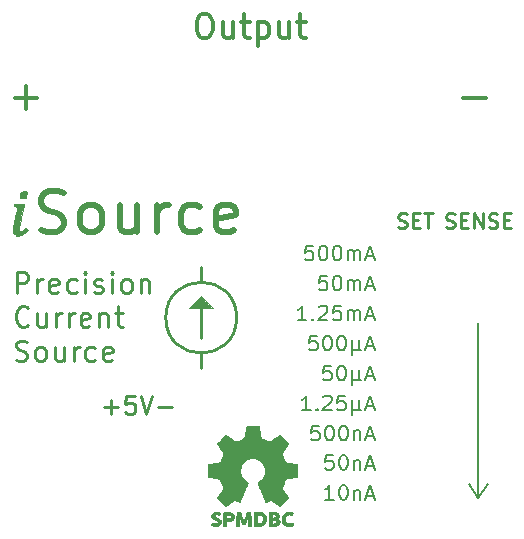
<source format=gto>
G04 #@! TF.FileFunction,Legend,Top*
%FSLAX46Y46*%
G04 Gerber Fmt 4.6, Leading zero omitted, Abs format (unit mm)*
G04 Created by KiCad (PCBNEW 4.0.4-stable) date Monday, August 28, 2017 'PMt' 10:13:35 PM*
%MOMM*%
%LPD*%
G01*
G04 APERTURE LIST*
%ADD10C,0.100000*%
%ADD11C,0.200000*%
%ADD12C,0.250000*%
%ADD13C,0.300000*%
%ADD14C,0.350000*%
%ADD15C,0.500000*%
%ADD16C,0.270000*%
%ADD17C,0.220000*%
%ADD18C,0.190000*%
%ADD19C,0.010000*%
G04 APERTURE END LIST*
D10*
D11*
X95000000Y-103150000D02*
X96650000Y-103150000D01*
D10*
X94850000Y-103200000D02*
X95850000Y-102200000D01*
D11*
X95100000Y-103050000D02*
X96600000Y-103050000D01*
X95246718Y-102894632D02*
X96450000Y-102900000D01*
D10*
X95850000Y-102200000D02*
X96850000Y-103200000D01*
D11*
X95650000Y-102500000D02*
X96049595Y-102500000D01*
D10*
X94850000Y-103200000D02*
X96850000Y-103200000D01*
D11*
X95500000Y-102650000D02*
X96200000Y-102650000D01*
X95346718Y-102794632D02*
X96350000Y-102800000D01*
D12*
X95850000Y-105750000D02*
X95850000Y-102350000D01*
X95850000Y-99750000D02*
X95850000Y-101000000D01*
X95850000Y-107000000D02*
X95850000Y-108250000D01*
X98850000Y-104000000D02*
G75*
G03X98850000Y-104000000I-3000000J0D01*
G01*
D13*
X95952381Y-78304762D02*
X96333333Y-78304762D01*
X96523809Y-78400000D01*
X96714286Y-78590476D01*
X96809524Y-78971429D01*
X96809524Y-79638095D01*
X96714286Y-80019048D01*
X96523809Y-80209524D01*
X96333333Y-80304762D01*
X95952381Y-80304762D01*
X95761905Y-80209524D01*
X95571428Y-80019048D01*
X95476190Y-79638095D01*
X95476190Y-78971429D01*
X95571428Y-78590476D01*
X95761905Y-78400000D01*
X95952381Y-78304762D01*
X98523809Y-78971429D02*
X98523809Y-80304762D01*
X97666666Y-78971429D02*
X97666666Y-80019048D01*
X97761905Y-80209524D01*
X97952381Y-80304762D01*
X98238095Y-80304762D01*
X98428571Y-80209524D01*
X98523809Y-80114286D01*
X99190476Y-78971429D02*
X99952381Y-78971429D01*
X99476190Y-78304762D02*
X99476190Y-80019048D01*
X99571429Y-80209524D01*
X99761905Y-80304762D01*
X99952381Y-80304762D01*
X100619047Y-78971429D02*
X100619047Y-80971429D01*
X100619047Y-79066667D02*
X100809524Y-78971429D01*
X101190476Y-78971429D01*
X101380952Y-79066667D01*
X101476190Y-79161905D01*
X101571428Y-79352381D01*
X101571428Y-79923810D01*
X101476190Y-80114286D01*
X101380952Y-80209524D01*
X101190476Y-80304762D01*
X100809524Y-80304762D01*
X100619047Y-80209524D01*
X103285714Y-78971429D02*
X103285714Y-80304762D01*
X102428571Y-78971429D02*
X102428571Y-80019048D01*
X102523810Y-80209524D01*
X102714286Y-80304762D01*
X103000000Y-80304762D01*
X103190476Y-80209524D01*
X103285714Y-80114286D01*
X103952381Y-78971429D02*
X104714286Y-78971429D01*
X104238095Y-78304762D02*
X104238095Y-80019048D01*
X104333334Y-80209524D01*
X104523810Y-80304762D01*
X104714286Y-80304762D01*
D14*
X118047619Y-85378571D02*
X119952381Y-85378571D01*
X80047619Y-85378571D02*
X81952381Y-85378571D01*
X81000000Y-86330952D02*
X81000000Y-84426190D01*
D15*
X82266667Y-96616667D02*
X82766667Y-96783333D01*
X83600000Y-96783333D01*
X83933333Y-96616667D01*
X84100000Y-96450000D01*
X84266667Y-96116667D01*
X84266667Y-95783333D01*
X84100000Y-95450000D01*
X83933333Y-95283333D01*
X83600000Y-95116667D01*
X82933333Y-94950000D01*
X82600000Y-94783333D01*
X82433333Y-94616667D01*
X82266667Y-94283333D01*
X82266667Y-93950000D01*
X82433333Y-93616667D01*
X82600000Y-93450000D01*
X82933333Y-93283333D01*
X83766667Y-93283333D01*
X84266667Y-93450000D01*
X86266666Y-96783333D02*
X85933333Y-96616667D01*
X85766666Y-96450000D01*
X85600000Y-96116667D01*
X85600000Y-95116667D01*
X85766666Y-94783333D01*
X85933333Y-94616667D01*
X86266666Y-94450000D01*
X86766666Y-94450000D01*
X87100000Y-94616667D01*
X87266666Y-94783333D01*
X87433333Y-95116667D01*
X87433333Y-96116667D01*
X87266666Y-96450000D01*
X87100000Y-96616667D01*
X86766666Y-96783333D01*
X86266666Y-96783333D01*
X90433333Y-94450000D02*
X90433333Y-96783333D01*
X88933333Y-94450000D02*
X88933333Y-96283333D01*
X89100000Y-96616667D01*
X89433333Y-96783333D01*
X89933333Y-96783333D01*
X90266667Y-96616667D01*
X90433333Y-96450000D01*
X92100000Y-96783333D02*
X92100000Y-94450000D01*
X92100000Y-95116667D02*
X92266667Y-94783333D01*
X92433334Y-94616667D01*
X92766667Y-94450000D01*
X93100000Y-94450000D01*
X95766667Y-96616667D02*
X95433334Y-96783333D01*
X94766667Y-96783333D01*
X94433334Y-96616667D01*
X94266667Y-96450000D01*
X94100001Y-96116667D01*
X94100001Y-95116667D01*
X94266667Y-94783333D01*
X94433334Y-94616667D01*
X94766667Y-94450000D01*
X95433334Y-94450000D01*
X95766667Y-94616667D01*
X98600001Y-96616667D02*
X98266667Y-96783333D01*
X97600001Y-96783333D01*
X97266667Y-96616667D01*
X97100001Y-96283333D01*
X97100001Y-94950000D01*
X97266667Y-94616667D01*
X97600001Y-94450000D01*
X98266667Y-94450000D01*
X98600001Y-94616667D01*
X98766667Y-94950000D01*
X98766667Y-95283333D01*
X97100001Y-95616667D01*
D16*
X80216667Y-101896667D02*
X80216667Y-100146667D01*
X80883333Y-100146667D01*
X81050000Y-100230000D01*
X81133333Y-100313333D01*
X81216667Y-100480000D01*
X81216667Y-100730000D01*
X81133333Y-100896667D01*
X81050000Y-100980000D01*
X80883333Y-101063333D01*
X80216667Y-101063333D01*
X81966667Y-101896667D02*
X81966667Y-100730000D01*
X81966667Y-101063333D02*
X82050000Y-100896667D01*
X82133333Y-100813333D01*
X82300000Y-100730000D01*
X82466667Y-100730000D01*
X83716666Y-101813333D02*
X83550000Y-101896667D01*
X83216666Y-101896667D01*
X83050000Y-101813333D01*
X82966666Y-101646667D01*
X82966666Y-100980000D01*
X83050000Y-100813333D01*
X83216666Y-100730000D01*
X83550000Y-100730000D01*
X83716666Y-100813333D01*
X83800000Y-100980000D01*
X83800000Y-101146667D01*
X82966666Y-101313333D01*
X85300000Y-101813333D02*
X85133333Y-101896667D01*
X84800000Y-101896667D01*
X84633333Y-101813333D01*
X84550000Y-101730000D01*
X84466666Y-101563333D01*
X84466666Y-101063333D01*
X84550000Y-100896667D01*
X84633333Y-100813333D01*
X84800000Y-100730000D01*
X85133333Y-100730000D01*
X85300000Y-100813333D01*
X86050000Y-101896667D02*
X86050000Y-100730000D01*
X86050000Y-100146667D02*
X85966666Y-100230000D01*
X86050000Y-100313333D01*
X86133333Y-100230000D01*
X86050000Y-100146667D01*
X86050000Y-100313333D01*
X86799999Y-101813333D02*
X86966666Y-101896667D01*
X87299999Y-101896667D01*
X87466666Y-101813333D01*
X87549999Y-101646667D01*
X87549999Y-101563333D01*
X87466666Y-101396667D01*
X87299999Y-101313333D01*
X87049999Y-101313333D01*
X86883333Y-101230000D01*
X86799999Y-101063333D01*
X86799999Y-100980000D01*
X86883333Y-100813333D01*
X87049999Y-100730000D01*
X87299999Y-100730000D01*
X87466666Y-100813333D01*
X88300000Y-101896667D02*
X88300000Y-100730000D01*
X88300000Y-100146667D02*
X88216666Y-100230000D01*
X88300000Y-100313333D01*
X88383333Y-100230000D01*
X88300000Y-100146667D01*
X88300000Y-100313333D01*
X89383333Y-101896667D02*
X89216666Y-101813333D01*
X89133333Y-101730000D01*
X89049999Y-101563333D01*
X89049999Y-101063333D01*
X89133333Y-100896667D01*
X89216666Y-100813333D01*
X89383333Y-100730000D01*
X89633333Y-100730000D01*
X89799999Y-100813333D01*
X89883333Y-100896667D01*
X89966666Y-101063333D01*
X89966666Y-101563333D01*
X89883333Y-101730000D01*
X89799999Y-101813333D01*
X89633333Y-101896667D01*
X89383333Y-101896667D01*
X90716666Y-100730000D02*
X90716666Y-101896667D01*
X90716666Y-100896667D02*
X90799999Y-100813333D01*
X90966666Y-100730000D01*
X91216666Y-100730000D01*
X91383332Y-100813333D01*
X91466666Y-100980000D01*
X91466666Y-101896667D01*
X81216667Y-104625000D02*
X81133333Y-104708333D01*
X80883333Y-104791667D01*
X80716667Y-104791667D01*
X80466667Y-104708333D01*
X80300000Y-104541667D01*
X80216667Y-104375000D01*
X80133333Y-104041667D01*
X80133333Y-103791667D01*
X80216667Y-103458333D01*
X80300000Y-103291667D01*
X80466667Y-103125000D01*
X80716667Y-103041667D01*
X80883333Y-103041667D01*
X81133333Y-103125000D01*
X81216667Y-103208333D01*
X82716667Y-103625000D02*
X82716667Y-104791667D01*
X81966667Y-103625000D02*
X81966667Y-104541667D01*
X82050000Y-104708333D01*
X82216667Y-104791667D01*
X82466667Y-104791667D01*
X82633333Y-104708333D01*
X82716667Y-104625000D01*
X83550000Y-104791667D02*
X83550000Y-103625000D01*
X83550000Y-103958333D02*
X83633333Y-103791667D01*
X83716666Y-103708333D01*
X83883333Y-103625000D01*
X84050000Y-103625000D01*
X84633333Y-104791667D02*
X84633333Y-103625000D01*
X84633333Y-103958333D02*
X84716666Y-103791667D01*
X84799999Y-103708333D01*
X84966666Y-103625000D01*
X85133333Y-103625000D01*
X86383332Y-104708333D02*
X86216666Y-104791667D01*
X85883332Y-104791667D01*
X85716666Y-104708333D01*
X85633332Y-104541667D01*
X85633332Y-103875000D01*
X85716666Y-103708333D01*
X85883332Y-103625000D01*
X86216666Y-103625000D01*
X86383332Y-103708333D01*
X86466666Y-103875000D01*
X86466666Y-104041667D01*
X85633332Y-104208333D01*
X87216666Y-103625000D02*
X87216666Y-104791667D01*
X87216666Y-103791667D02*
X87299999Y-103708333D01*
X87466666Y-103625000D01*
X87716666Y-103625000D01*
X87883332Y-103708333D01*
X87966666Y-103875000D01*
X87966666Y-104791667D01*
X88549999Y-103625000D02*
X89216665Y-103625000D01*
X88799999Y-103041667D02*
X88799999Y-104541667D01*
X88883332Y-104708333D01*
X89049999Y-104791667D01*
X89216665Y-104791667D01*
X80133333Y-107603333D02*
X80383333Y-107686667D01*
X80800000Y-107686667D01*
X80966667Y-107603333D01*
X81050000Y-107520000D01*
X81133333Y-107353333D01*
X81133333Y-107186667D01*
X81050000Y-107020000D01*
X80966667Y-106936667D01*
X80800000Y-106853333D01*
X80466667Y-106770000D01*
X80300000Y-106686667D01*
X80216667Y-106603333D01*
X80133333Y-106436667D01*
X80133333Y-106270000D01*
X80216667Y-106103333D01*
X80300000Y-106020000D01*
X80466667Y-105936667D01*
X80883333Y-105936667D01*
X81133333Y-106020000D01*
X82133334Y-107686667D02*
X81966667Y-107603333D01*
X81883334Y-107520000D01*
X81800000Y-107353333D01*
X81800000Y-106853333D01*
X81883334Y-106686667D01*
X81966667Y-106603333D01*
X82133334Y-106520000D01*
X82383334Y-106520000D01*
X82550000Y-106603333D01*
X82633334Y-106686667D01*
X82716667Y-106853333D01*
X82716667Y-107353333D01*
X82633334Y-107520000D01*
X82550000Y-107603333D01*
X82383334Y-107686667D01*
X82133334Y-107686667D01*
X84216667Y-106520000D02*
X84216667Y-107686667D01*
X83466667Y-106520000D02*
X83466667Y-107436667D01*
X83550000Y-107603333D01*
X83716667Y-107686667D01*
X83966667Y-107686667D01*
X84133333Y-107603333D01*
X84216667Y-107520000D01*
X85050000Y-107686667D02*
X85050000Y-106520000D01*
X85050000Y-106853333D02*
X85133333Y-106686667D01*
X85216666Y-106603333D01*
X85383333Y-106520000D01*
X85550000Y-106520000D01*
X86883333Y-107603333D02*
X86716666Y-107686667D01*
X86383333Y-107686667D01*
X86216666Y-107603333D01*
X86133333Y-107520000D01*
X86049999Y-107353333D01*
X86049999Y-106853333D01*
X86133333Y-106686667D01*
X86216666Y-106603333D01*
X86383333Y-106520000D01*
X86716666Y-106520000D01*
X86883333Y-106603333D01*
X88299999Y-107603333D02*
X88133333Y-107686667D01*
X87799999Y-107686667D01*
X87633333Y-107603333D01*
X87549999Y-107436667D01*
X87549999Y-106770000D01*
X87633333Y-106603333D01*
X87799999Y-106520000D01*
X88133333Y-106520000D01*
X88299999Y-106603333D01*
X88383333Y-106770000D01*
X88383333Y-106936667D01*
X87549999Y-107103333D01*
D11*
X119320000Y-119250000D02*
X118490000Y-118100000D01*
X119320000Y-119250000D02*
X120150000Y-118100000D01*
X119320000Y-104450000D02*
X119320000Y-119250000D01*
D17*
X116581905Y-96345952D02*
X116760477Y-96405476D01*
X117058096Y-96405476D01*
X117177143Y-96345952D01*
X117236667Y-96286429D01*
X117296191Y-96167381D01*
X117296191Y-96048333D01*
X117236667Y-95929286D01*
X117177143Y-95869762D01*
X117058096Y-95810238D01*
X116820000Y-95750714D01*
X116700953Y-95691190D01*
X116641429Y-95631667D01*
X116581905Y-95512619D01*
X116581905Y-95393571D01*
X116641429Y-95274524D01*
X116700953Y-95215000D01*
X116820000Y-95155476D01*
X117117620Y-95155476D01*
X117296191Y-95215000D01*
X117831905Y-95750714D02*
X118248572Y-95750714D01*
X118427143Y-96405476D02*
X117831905Y-96405476D01*
X117831905Y-95155476D01*
X118427143Y-95155476D01*
X118962857Y-96405476D02*
X118962857Y-95155476D01*
X119677143Y-96405476D01*
X119677143Y-95155476D01*
X120212857Y-96345952D02*
X120391429Y-96405476D01*
X120689048Y-96405476D01*
X120808095Y-96345952D01*
X120867619Y-96286429D01*
X120927143Y-96167381D01*
X120927143Y-96048333D01*
X120867619Y-95929286D01*
X120808095Y-95869762D01*
X120689048Y-95810238D01*
X120450952Y-95750714D01*
X120331905Y-95691190D01*
X120272381Y-95631667D01*
X120212857Y-95512619D01*
X120212857Y-95393571D01*
X120272381Y-95274524D01*
X120331905Y-95215000D01*
X120450952Y-95155476D01*
X120748572Y-95155476D01*
X120927143Y-95215000D01*
X121462857Y-95750714D02*
X121879524Y-95750714D01*
X122058095Y-96405476D02*
X121462857Y-96405476D01*
X121462857Y-95155476D01*
X122058095Y-95155476D01*
X112531191Y-96345952D02*
X112709763Y-96405476D01*
X113007382Y-96405476D01*
X113126429Y-96345952D01*
X113185953Y-96286429D01*
X113245477Y-96167381D01*
X113245477Y-96048333D01*
X113185953Y-95929286D01*
X113126429Y-95869762D01*
X113007382Y-95810238D01*
X112769286Y-95750714D01*
X112650239Y-95691190D01*
X112590715Y-95631667D01*
X112531191Y-95512619D01*
X112531191Y-95393571D01*
X112590715Y-95274524D01*
X112650239Y-95215000D01*
X112769286Y-95155476D01*
X113066906Y-95155476D01*
X113245477Y-95215000D01*
X113781191Y-95750714D02*
X114197858Y-95750714D01*
X114376429Y-96405476D02*
X113781191Y-96405476D01*
X113781191Y-95155476D01*
X114376429Y-95155476D01*
X114733572Y-95155476D02*
X115447857Y-95155476D01*
X115090714Y-96405476D02*
X115090714Y-95155476D01*
D18*
X107069048Y-119425476D02*
X106354762Y-119425476D01*
X106711905Y-119425476D02*
X106711905Y-118175476D01*
X106592857Y-118354048D01*
X106473810Y-118473095D01*
X106354762Y-118532619D01*
X107842857Y-118175476D02*
X107961905Y-118175476D01*
X108080953Y-118235000D01*
X108140476Y-118294524D01*
X108200000Y-118413571D01*
X108259524Y-118651667D01*
X108259524Y-118949286D01*
X108200000Y-119187381D01*
X108140476Y-119306429D01*
X108080953Y-119365952D01*
X107961905Y-119425476D01*
X107842857Y-119425476D01*
X107723810Y-119365952D01*
X107664286Y-119306429D01*
X107604762Y-119187381D01*
X107545238Y-118949286D01*
X107545238Y-118651667D01*
X107604762Y-118413571D01*
X107664286Y-118294524D01*
X107723810Y-118235000D01*
X107842857Y-118175476D01*
X108795238Y-118592143D02*
X108795238Y-119425476D01*
X108795238Y-118711190D02*
X108854762Y-118651667D01*
X108973809Y-118592143D01*
X109152381Y-118592143D01*
X109271429Y-118651667D01*
X109330952Y-118770714D01*
X109330952Y-119425476D01*
X109866666Y-119068333D02*
X110461904Y-119068333D01*
X109747619Y-119425476D02*
X110164285Y-118175476D01*
X110580952Y-119425476D01*
X107009524Y-115635476D02*
X106414286Y-115635476D01*
X106354762Y-116230714D01*
X106414286Y-116171190D01*
X106533334Y-116111667D01*
X106830953Y-116111667D01*
X106950000Y-116171190D01*
X107009524Y-116230714D01*
X107069048Y-116349762D01*
X107069048Y-116647381D01*
X107009524Y-116766429D01*
X106950000Y-116825952D01*
X106830953Y-116885476D01*
X106533334Y-116885476D01*
X106414286Y-116825952D01*
X106354762Y-116766429D01*
X107842857Y-115635476D02*
X107961905Y-115635476D01*
X108080953Y-115695000D01*
X108140476Y-115754524D01*
X108200000Y-115873571D01*
X108259524Y-116111667D01*
X108259524Y-116409286D01*
X108200000Y-116647381D01*
X108140476Y-116766429D01*
X108080953Y-116825952D01*
X107961905Y-116885476D01*
X107842857Y-116885476D01*
X107723810Y-116825952D01*
X107664286Y-116766429D01*
X107604762Y-116647381D01*
X107545238Y-116409286D01*
X107545238Y-116111667D01*
X107604762Y-115873571D01*
X107664286Y-115754524D01*
X107723810Y-115695000D01*
X107842857Y-115635476D01*
X108795238Y-116052143D02*
X108795238Y-116885476D01*
X108795238Y-116171190D02*
X108854762Y-116111667D01*
X108973809Y-116052143D01*
X109152381Y-116052143D01*
X109271429Y-116111667D01*
X109330952Y-116230714D01*
X109330952Y-116885476D01*
X109866666Y-116528333D02*
X110461904Y-116528333D01*
X109747619Y-116885476D02*
X110164285Y-115635476D01*
X110580952Y-116885476D01*
X105819048Y-113135476D02*
X105223810Y-113135476D01*
X105164286Y-113730714D01*
X105223810Y-113671190D01*
X105342858Y-113611667D01*
X105640477Y-113611667D01*
X105759524Y-113671190D01*
X105819048Y-113730714D01*
X105878572Y-113849762D01*
X105878572Y-114147381D01*
X105819048Y-114266429D01*
X105759524Y-114325952D01*
X105640477Y-114385476D01*
X105342858Y-114385476D01*
X105223810Y-114325952D01*
X105164286Y-114266429D01*
X106652381Y-113135476D02*
X106771429Y-113135476D01*
X106890477Y-113195000D01*
X106950000Y-113254524D01*
X107009524Y-113373571D01*
X107069048Y-113611667D01*
X107069048Y-113909286D01*
X107009524Y-114147381D01*
X106950000Y-114266429D01*
X106890477Y-114325952D01*
X106771429Y-114385476D01*
X106652381Y-114385476D01*
X106533334Y-114325952D01*
X106473810Y-114266429D01*
X106414286Y-114147381D01*
X106354762Y-113909286D01*
X106354762Y-113611667D01*
X106414286Y-113373571D01*
X106473810Y-113254524D01*
X106533334Y-113195000D01*
X106652381Y-113135476D01*
X107842857Y-113135476D02*
X107961905Y-113135476D01*
X108080953Y-113195000D01*
X108140476Y-113254524D01*
X108200000Y-113373571D01*
X108259524Y-113611667D01*
X108259524Y-113909286D01*
X108200000Y-114147381D01*
X108140476Y-114266429D01*
X108080953Y-114325952D01*
X107961905Y-114385476D01*
X107842857Y-114385476D01*
X107723810Y-114325952D01*
X107664286Y-114266429D01*
X107604762Y-114147381D01*
X107545238Y-113909286D01*
X107545238Y-113611667D01*
X107604762Y-113373571D01*
X107664286Y-113254524D01*
X107723810Y-113195000D01*
X107842857Y-113135476D01*
X108795238Y-113552143D02*
X108795238Y-114385476D01*
X108795238Y-113671190D02*
X108854762Y-113611667D01*
X108973809Y-113552143D01*
X109152381Y-113552143D01*
X109271429Y-113611667D01*
X109330952Y-113730714D01*
X109330952Y-114385476D01*
X109866666Y-114028333D02*
X110461904Y-114028333D01*
X109747619Y-114385476D02*
X110164285Y-113135476D01*
X110580952Y-114385476D01*
X105104762Y-111845476D02*
X104390476Y-111845476D01*
X104747619Y-111845476D02*
X104747619Y-110595476D01*
X104628571Y-110774048D01*
X104509524Y-110893095D01*
X104390476Y-110952619D01*
X105640476Y-111726429D02*
X105700000Y-111785952D01*
X105640476Y-111845476D01*
X105580952Y-111785952D01*
X105640476Y-111726429D01*
X105640476Y-111845476D01*
X106176190Y-110714524D02*
X106235714Y-110655000D01*
X106354762Y-110595476D01*
X106652381Y-110595476D01*
X106771428Y-110655000D01*
X106830952Y-110714524D01*
X106890476Y-110833571D01*
X106890476Y-110952619D01*
X106830952Y-111131190D01*
X106116666Y-111845476D01*
X106890476Y-111845476D01*
X108021428Y-110595476D02*
X107426190Y-110595476D01*
X107366666Y-111190714D01*
X107426190Y-111131190D01*
X107545238Y-111071667D01*
X107842857Y-111071667D01*
X107961904Y-111131190D01*
X108021428Y-111190714D01*
X108080952Y-111309762D01*
X108080952Y-111607381D01*
X108021428Y-111726429D01*
X107961904Y-111785952D01*
X107842857Y-111845476D01*
X107545238Y-111845476D01*
X107426190Y-111785952D01*
X107366666Y-111726429D01*
X108616666Y-111012143D02*
X108616666Y-112262143D01*
X109211904Y-111666905D02*
X109271428Y-111785952D01*
X109390476Y-111845476D01*
X108616666Y-111666905D02*
X108676190Y-111785952D01*
X108795237Y-111845476D01*
X109033333Y-111845476D01*
X109152380Y-111785952D01*
X109211904Y-111666905D01*
X109211904Y-111012143D01*
X109866666Y-111488333D02*
X110461904Y-111488333D01*
X109747619Y-111845476D02*
X110164285Y-110595476D01*
X110580952Y-111845476D01*
X106830952Y-108055476D02*
X106235714Y-108055476D01*
X106176190Y-108650714D01*
X106235714Y-108591190D01*
X106354762Y-108531667D01*
X106652381Y-108531667D01*
X106771428Y-108591190D01*
X106830952Y-108650714D01*
X106890476Y-108769762D01*
X106890476Y-109067381D01*
X106830952Y-109186429D01*
X106771428Y-109245952D01*
X106652381Y-109305476D01*
X106354762Y-109305476D01*
X106235714Y-109245952D01*
X106176190Y-109186429D01*
X107664285Y-108055476D02*
X107783333Y-108055476D01*
X107902381Y-108115000D01*
X107961904Y-108174524D01*
X108021428Y-108293571D01*
X108080952Y-108531667D01*
X108080952Y-108829286D01*
X108021428Y-109067381D01*
X107961904Y-109186429D01*
X107902381Y-109245952D01*
X107783333Y-109305476D01*
X107664285Y-109305476D01*
X107545238Y-109245952D01*
X107485714Y-109186429D01*
X107426190Y-109067381D01*
X107366666Y-108829286D01*
X107366666Y-108531667D01*
X107426190Y-108293571D01*
X107485714Y-108174524D01*
X107545238Y-108115000D01*
X107664285Y-108055476D01*
X108616666Y-108472143D02*
X108616666Y-109722143D01*
X109211904Y-109126905D02*
X109271428Y-109245952D01*
X109390476Y-109305476D01*
X108616666Y-109126905D02*
X108676190Y-109245952D01*
X108795237Y-109305476D01*
X109033333Y-109305476D01*
X109152380Y-109245952D01*
X109211904Y-109126905D01*
X109211904Y-108472143D01*
X109866666Y-108948333D02*
X110461904Y-108948333D01*
X109747619Y-109305476D02*
X110164285Y-108055476D01*
X110580952Y-109305476D01*
X105640476Y-105515476D02*
X105045238Y-105515476D01*
X104985714Y-106110714D01*
X105045238Y-106051190D01*
X105164286Y-105991667D01*
X105461905Y-105991667D01*
X105580952Y-106051190D01*
X105640476Y-106110714D01*
X105700000Y-106229762D01*
X105700000Y-106527381D01*
X105640476Y-106646429D01*
X105580952Y-106705952D01*
X105461905Y-106765476D01*
X105164286Y-106765476D01*
X105045238Y-106705952D01*
X104985714Y-106646429D01*
X106473809Y-105515476D02*
X106592857Y-105515476D01*
X106711905Y-105575000D01*
X106771428Y-105634524D01*
X106830952Y-105753571D01*
X106890476Y-105991667D01*
X106890476Y-106289286D01*
X106830952Y-106527381D01*
X106771428Y-106646429D01*
X106711905Y-106705952D01*
X106592857Y-106765476D01*
X106473809Y-106765476D01*
X106354762Y-106705952D01*
X106295238Y-106646429D01*
X106235714Y-106527381D01*
X106176190Y-106289286D01*
X106176190Y-105991667D01*
X106235714Y-105753571D01*
X106295238Y-105634524D01*
X106354762Y-105575000D01*
X106473809Y-105515476D01*
X107664285Y-105515476D02*
X107783333Y-105515476D01*
X107902381Y-105575000D01*
X107961904Y-105634524D01*
X108021428Y-105753571D01*
X108080952Y-105991667D01*
X108080952Y-106289286D01*
X108021428Y-106527381D01*
X107961904Y-106646429D01*
X107902381Y-106705952D01*
X107783333Y-106765476D01*
X107664285Y-106765476D01*
X107545238Y-106705952D01*
X107485714Y-106646429D01*
X107426190Y-106527381D01*
X107366666Y-106289286D01*
X107366666Y-105991667D01*
X107426190Y-105753571D01*
X107485714Y-105634524D01*
X107545238Y-105575000D01*
X107664285Y-105515476D01*
X108616666Y-105932143D02*
X108616666Y-107182143D01*
X109211904Y-106586905D02*
X109271428Y-106705952D01*
X109390476Y-106765476D01*
X108616666Y-106586905D02*
X108676190Y-106705952D01*
X108795237Y-106765476D01*
X109033333Y-106765476D01*
X109152380Y-106705952D01*
X109211904Y-106586905D01*
X109211904Y-105932143D01*
X109866666Y-106408333D02*
X110461904Y-106408333D01*
X109747619Y-106765476D02*
X110164285Y-105515476D01*
X110580952Y-106765476D01*
X104747619Y-104225476D02*
X104033333Y-104225476D01*
X104390476Y-104225476D02*
X104390476Y-102975476D01*
X104271428Y-103154048D01*
X104152381Y-103273095D01*
X104033333Y-103332619D01*
X105283333Y-104106429D02*
X105342857Y-104165952D01*
X105283333Y-104225476D01*
X105223809Y-104165952D01*
X105283333Y-104106429D01*
X105283333Y-104225476D01*
X105819047Y-103094524D02*
X105878571Y-103035000D01*
X105997619Y-102975476D01*
X106295238Y-102975476D01*
X106414285Y-103035000D01*
X106473809Y-103094524D01*
X106533333Y-103213571D01*
X106533333Y-103332619D01*
X106473809Y-103511190D01*
X105759523Y-104225476D01*
X106533333Y-104225476D01*
X107664285Y-102975476D02*
X107069047Y-102975476D01*
X107009523Y-103570714D01*
X107069047Y-103511190D01*
X107188095Y-103451667D01*
X107485714Y-103451667D01*
X107604761Y-103511190D01*
X107664285Y-103570714D01*
X107723809Y-103689762D01*
X107723809Y-103987381D01*
X107664285Y-104106429D01*
X107604761Y-104165952D01*
X107485714Y-104225476D01*
X107188095Y-104225476D01*
X107069047Y-104165952D01*
X107009523Y-104106429D01*
X108259523Y-104225476D02*
X108259523Y-103392143D01*
X108259523Y-103511190D02*
X108319047Y-103451667D01*
X108438094Y-103392143D01*
X108616666Y-103392143D01*
X108735714Y-103451667D01*
X108795237Y-103570714D01*
X108795237Y-104225476D01*
X108795237Y-103570714D02*
X108854761Y-103451667D01*
X108973809Y-103392143D01*
X109152380Y-103392143D01*
X109271428Y-103451667D01*
X109330952Y-103570714D01*
X109330952Y-104225476D01*
X109866666Y-103868333D02*
X110461904Y-103868333D01*
X109747619Y-104225476D02*
X110164285Y-102975476D01*
X110580952Y-104225476D01*
X106473809Y-100435476D02*
X105878571Y-100435476D01*
X105819047Y-101030714D01*
X105878571Y-100971190D01*
X105997619Y-100911667D01*
X106295238Y-100911667D01*
X106414285Y-100971190D01*
X106473809Y-101030714D01*
X106533333Y-101149762D01*
X106533333Y-101447381D01*
X106473809Y-101566429D01*
X106414285Y-101625952D01*
X106295238Y-101685476D01*
X105997619Y-101685476D01*
X105878571Y-101625952D01*
X105819047Y-101566429D01*
X107307142Y-100435476D02*
X107426190Y-100435476D01*
X107545238Y-100495000D01*
X107604761Y-100554524D01*
X107664285Y-100673571D01*
X107723809Y-100911667D01*
X107723809Y-101209286D01*
X107664285Y-101447381D01*
X107604761Y-101566429D01*
X107545238Y-101625952D01*
X107426190Y-101685476D01*
X107307142Y-101685476D01*
X107188095Y-101625952D01*
X107128571Y-101566429D01*
X107069047Y-101447381D01*
X107009523Y-101209286D01*
X107009523Y-100911667D01*
X107069047Y-100673571D01*
X107128571Y-100554524D01*
X107188095Y-100495000D01*
X107307142Y-100435476D01*
X108259523Y-101685476D02*
X108259523Y-100852143D01*
X108259523Y-100971190D02*
X108319047Y-100911667D01*
X108438094Y-100852143D01*
X108616666Y-100852143D01*
X108735714Y-100911667D01*
X108795237Y-101030714D01*
X108795237Y-101685476D01*
X108795237Y-101030714D02*
X108854761Y-100911667D01*
X108973809Y-100852143D01*
X109152380Y-100852143D01*
X109271428Y-100911667D01*
X109330952Y-101030714D01*
X109330952Y-101685476D01*
X109866666Y-101328333D02*
X110461904Y-101328333D01*
X109747619Y-101685476D02*
X110164285Y-100435476D01*
X110580952Y-101685476D01*
X105283333Y-97895476D02*
X104688095Y-97895476D01*
X104628571Y-98490714D01*
X104688095Y-98431190D01*
X104807143Y-98371667D01*
X105104762Y-98371667D01*
X105223809Y-98431190D01*
X105283333Y-98490714D01*
X105342857Y-98609762D01*
X105342857Y-98907381D01*
X105283333Y-99026429D01*
X105223809Y-99085952D01*
X105104762Y-99145476D01*
X104807143Y-99145476D01*
X104688095Y-99085952D01*
X104628571Y-99026429D01*
X106116666Y-97895476D02*
X106235714Y-97895476D01*
X106354762Y-97955000D01*
X106414285Y-98014524D01*
X106473809Y-98133571D01*
X106533333Y-98371667D01*
X106533333Y-98669286D01*
X106473809Y-98907381D01*
X106414285Y-99026429D01*
X106354762Y-99085952D01*
X106235714Y-99145476D01*
X106116666Y-99145476D01*
X105997619Y-99085952D01*
X105938095Y-99026429D01*
X105878571Y-98907381D01*
X105819047Y-98669286D01*
X105819047Y-98371667D01*
X105878571Y-98133571D01*
X105938095Y-98014524D01*
X105997619Y-97955000D01*
X106116666Y-97895476D01*
X107307142Y-97895476D02*
X107426190Y-97895476D01*
X107545238Y-97955000D01*
X107604761Y-98014524D01*
X107664285Y-98133571D01*
X107723809Y-98371667D01*
X107723809Y-98669286D01*
X107664285Y-98907381D01*
X107604761Y-99026429D01*
X107545238Y-99085952D01*
X107426190Y-99145476D01*
X107307142Y-99145476D01*
X107188095Y-99085952D01*
X107128571Y-99026429D01*
X107069047Y-98907381D01*
X107009523Y-98669286D01*
X107009523Y-98371667D01*
X107069047Y-98133571D01*
X107128571Y-98014524D01*
X107188095Y-97955000D01*
X107307142Y-97895476D01*
X108259523Y-99145476D02*
X108259523Y-98312143D01*
X108259523Y-98431190D02*
X108319047Y-98371667D01*
X108438094Y-98312143D01*
X108616666Y-98312143D01*
X108735714Y-98371667D01*
X108795237Y-98490714D01*
X108795237Y-99145476D01*
X108795237Y-98490714D02*
X108854761Y-98371667D01*
X108973809Y-98312143D01*
X109152380Y-98312143D01*
X109271428Y-98371667D01*
X109330952Y-98490714D01*
X109330952Y-99145476D01*
X109866666Y-98788333D02*
X110461904Y-98788333D01*
X109747619Y-99145476D02*
X110164285Y-97895476D01*
X110580952Y-99145476D01*
D12*
X87642858Y-111557143D02*
X88785715Y-111557143D01*
X88214286Y-112128571D02*
X88214286Y-110985714D01*
X90214287Y-110628571D02*
X89500001Y-110628571D01*
X89428572Y-111342857D01*
X89500001Y-111271429D01*
X89642858Y-111200000D01*
X90000001Y-111200000D01*
X90142858Y-111271429D01*
X90214287Y-111342857D01*
X90285715Y-111485714D01*
X90285715Y-111842857D01*
X90214287Y-111985714D01*
X90142858Y-112057143D01*
X90000001Y-112128571D01*
X89642858Y-112128571D01*
X89500001Y-112057143D01*
X89428572Y-111985714D01*
X90714286Y-110628571D02*
X91214286Y-112128571D01*
X91714286Y-110628571D01*
X92214286Y-111557143D02*
X93357143Y-111557143D01*
D19*
G36*
X97189690Y-120437932D02*
X97323704Y-120463554D01*
X97396651Y-120488873D01*
X97454559Y-120513069D01*
X97420320Y-120603301D01*
X97401047Y-120652965D01*
X97386809Y-120687572D01*
X97381748Y-120697947D01*
X97364768Y-120695500D01*
X97326791Y-120684227D01*
X97304912Y-120676781D01*
X97231549Y-120658450D01*
X97152461Y-120650714D01*
X97077518Y-120653321D01*
X97016591Y-120666014D01*
X96982667Y-120685066D01*
X96950664Y-120731876D01*
X96950092Y-120777695D01*
X96981500Y-120823206D01*
X97045439Y-120869092D01*
X97142459Y-120916039D01*
X97181082Y-120931591D01*
X97300541Y-120984086D01*
X97389456Y-121038765D01*
X97451114Y-121099312D01*
X97488804Y-121169409D01*
X97505814Y-121252739D01*
X97507600Y-121297243D01*
X97493950Y-121404392D01*
X97452944Y-121491688D01*
X97384499Y-121559217D01*
X97288532Y-121607066D01*
X97185867Y-121632232D01*
X97108585Y-121643161D01*
X97047262Y-121646891D01*
X96984871Y-121643900D01*
X96940333Y-121639138D01*
X96881375Y-121628751D01*
X96817077Y-121612295D01*
X96756663Y-121592805D01*
X96709355Y-121573316D01*
X96684376Y-121556862D01*
X96682962Y-121554455D01*
X96684486Y-121530472D01*
X96694491Y-121487157D01*
X96709373Y-121436811D01*
X96725525Y-121391736D01*
X96738307Y-121365641D01*
X96754475Y-121368360D01*
X96790720Y-121381413D01*
X96807270Y-121388244D01*
X96857564Y-121403494D01*
X96926784Y-121416786D01*
X96999999Y-121425258D01*
X97000444Y-121425290D01*
X97103057Y-121425659D01*
X97177232Y-121409512D01*
X97224374Y-121376339D01*
X97243559Y-121337244D01*
X97247067Y-121289568D01*
X97229703Y-121247497D01*
X97188374Y-121208103D01*
X97119991Y-121168459D01*
X97021461Y-121125639D01*
X97019105Y-121124708D01*
X96902547Y-121074173D01*
X96815859Y-121024766D01*
X96755409Y-120972664D01*
X96717564Y-120914046D01*
X96698690Y-120845088D01*
X96694800Y-120783488D01*
X96708195Y-120673447D01*
X96748397Y-120584064D01*
X96815432Y-120515315D01*
X96909325Y-120467175D01*
X97030103Y-120439620D01*
X97058231Y-120436507D01*
X97189690Y-120437932D01*
X97189690Y-120437932D01*
G37*
X97189690Y-120437932D02*
X97323704Y-120463554D01*
X97396651Y-120488873D01*
X97454559Y-120513069D01*
X97420320Y-120603301D01*
X97401047Y-120652965D01*
X97386809Y-120687572D01*
X97381748Y-120697947D01*
X97364768Y-120695500D01*
X97326791Y-120684227D01*
X97304912Y-120676781D01*
X97231549Y-120658450D01*
X97152461Y-120650714D01*
X97077518Y-120653321D01*
X97016591Y-120666014D01*
X96982667Y-120685066D01*
X96950664Y-120731876D01*
X96950092Y-120777695D01*
X96981500Y-120823206D01*
X97045439Y-120869092D01*
X97142459Y-120916039D01*
X97181082Y-120931591D01*
X97300541Y-120984086D01*
X97389456Y-121038765D01*
X97451114Y-121099312D01*
X97488804Y-121169409D01*
X97505814Y-121252739D01*
X97507600Y-121297243D01*
X97493950Y-121404392D01*
X97452944Y-121491688D01*
X97384499Y-121559217D01*
X97288532Y-121607066D01*
X97185867Y-121632232D01*
X97108585Y-121643161D01*
X97047262Y-121646891D01*
X96984871Y-121643900D01*
X96940333Y-121639138D01*
X96881375Y-121628751D01*
X96817077Y-121612295D01*
X96756663Y-121592805D01*
X96709355Y-121573316D01*
X96684376Y-121556862D01*
X96682962Y-121554455D01*
X96684486Y-121530472D01*
X96694491Y-121487157D01*
X96709373Y-121436811D01*
X96725525Y-121391736D01*
X96738307Y-121365641D01*
X96754475Y-121368360D01*
X96790720Y-121381413D01*
X96807270Y-121388244D01*
X96857564Y-121403494D01*
X96926784Y-121416786D01*
X96999999Y-121425258D01*
X97000444Y-121425290D01*
X97103057Y-121425659D01*
X97177232Y-121409512D01*
X97224374Y-121376339D01*
X97243559Y-121337244D01*
X97247067Y-121289568D01*
X97229703Y-121247497D01*
X97188374Y-121208103D01*
X97119991Y-121168459D01*
X97021461Y-121125639D01*
X97019105Y-121124708D01*
X96902547Y-121074173D01*
X96815859Y-121024766D01*
X96755409Y-120972664D01*
X96717564Y-120914046D01*
X96698690Y-120845088D01*
X96694800Y-120783488D01*
X96708195Y-120673447D01*
X96748397Y-120584064D01*
X96815432Y-120515315D01*
X96909325Y-120467175D01*
X97030103Y-120439620D01*
X97058231Y-120436507D01*
X97189690Y-120437932D01*
G36*
X103418492Y-120449042D02*
X103537130Y-120483028D01*
X103560247Y-120493257D01*
X103614367Y-120519065D01*
X103579350Y-120619168D01*
X103556717Y-120676489D01*
X103537983Y-120705152D01*
X103520131Y-120709654D01*
X103518933Y-120709218D01*
X103489726Y-120699970D01*
X103439409Y-120686065D01*
X103388987Y-120673067D01*
X103268314Y-120655866D01*
X103163378Y-120668178D01*
X103074821Y-120709770D01*
X103003290Y-120780411D01*
X102977066Y-120821189D01*
X102955309Y-120865202D01*
X102942569Y-120908534D01*
X102936686Y-120962592D01*
X102935501Y-121038782D01*
X102935511Y-121040666D01*
X102945894Y-121164664D01*
X102976330Y-121262248D01*
X103027982Y-121335112D01*
X103102014Y-121384952D01*
X103190254Y-121411809D01*
X103271865Y-121418076D01*
X103367158Y-121412205D01*
X103458895Y-121395878D01*
X103507336Y-121380891D01*
X103542779Y-121367807D01*
X103560814Y-121362400D01*
X103568781Y-121377065D01*
X103583795Y-121415304D01*
X103600520Y-121462771D01*
X103634416Y-121563143D01*
X103567411Y-121589953D01*
X103508488Y-121608055D01*
X103429883Y-121625232D01*
X103345747Y-121639045D01*
X103270231Y-121647053D01*
X103231066Y-121647939D01*
X103188083Y-121644071D01*
X103130965Y-121636352D01*
X103110342Y-121633037D01*
X102979927Y-121596016D01*
X102870751Y-121532619D01*
X102782832Y-121442859D01*
X102724648Y-121345466D01*
X102705586Y-121301877D01*
X102692967Y-121261616D01*
X102685490Y-121215905D01*
X102681856Y-121155967D01*
X102680762Y-121073024D01*
X102680733Y-121049133D01*
X102681539Y-120957998D01*
X102684760Y-120891956D01*
X102691604Y-120842253D01*
X102703279Y-120800138D01*
X102720990Y-120756858D01*
X102721065Y-120756693D01*
X102771209Y-120674428D01*
X102842281Y-120594802D01*
X102924388Y-120527057D01*
X103007639Y-120480430D01*
X103023032Y-120474631D01*
X103150667Y-120444470D01*
X103286079Y-120436064D01*
X103418492Y-120449042D01*
X103418492Y-120449042D01*
G37*
X103418492Y-120449042D02*
X103537130Y-120483028D01*
X103560247Y-120493257D01*
X103614367Y-120519065D01*
X103579350Y-120619168D01*
X103556717Y-120676489D01*
X103537983Y-120705152D01*
X103520131Y-120709654D01*
X103518933Y-120709218D01*
X103489726Y-120699970D01*
X103439409Y-120686065D01*
X103388987Y-120673067D01*
X103268314Y-120655866D01*
X103163378Y-120668178D01*
X103074821Y-120709770D01*
X103003290Y-120780411D01*
X102977066Y-120821189D01*
X102955309Y-120865202D01*
X102942569Y-120908534D01*
X102936686Y-120962592D01*
X102935501Y-121038782D01*
X102935511Y-121040666D01*
X102945894Y-121164664D01*
X102976330Y-121262248D01*
X103027982Y-121335112D01*
X103102014Y-121384952D01*
X103190254Y-121411809D01*
X103271865Y-121418076D01*
X103367158Y-121412205D01*
X103458895Y-121395878D01*
X103507336Y-121380891D01*
X103542779Y-121367807D01*
X103560814Y-121362400D01*
X103568781Y-121377065D01*
X103583795Y-121415304D01*
X103600520Y-121462771D01*
X103634416Y-121563143D01*
X103567411Y-121589953D01*
X103508488Y-121608055D01*
X103429883Y-121625232D01*
X103345747Y-121639045D01*
X103270231Y-121647053D01*
X103231066Y-121647939D01*
X103188083Y-121644071D01*
X103130965Y-121636352D01*
X103110342Y-121633037D01*
X102979927Y-121596016D01*
X102870751Y-121532619D01*
X102782832Y-121442859D01*
X102724648Y-121345466D01*
X102705586Y-121301877D01*
X102692967Y-121261616D01*
X102685490Y-121215905D01*
X102681856Y-121155967D01*
X102680762Y-121073024D01*
X102680733Y-121049133D01*
X102681539Y-120957998D01*
X102684760Y-120891956D01*
X102691604Y-120842253D01*
X102703279Y-120800138D01*
X102720990Y-120756858D01*
X102721065Y-120756693D01*
X102771209Y-120674428D01*
X102842281Y-120594802D01*
X102924388Y-120527057D01*
X103007639Y-120480430D01*
X103023032Y-120474631D01*
X103150667Y-120444470D01*
X103286079Y-120436064D01*
X103418492Y-120449042D01*
G36*
X100848094Y-120461088D02*
X100991837Y-120494546D01*
X101110363Y-120549042D01*
X101204400Y-120624954D01*
X101274677Y-120722663D01*
X101321924Y-120842549D01*
X101335218Y-120900360D01*
X101348639Y-121046585D01*
X101333789Y-121184206D01*
X101292493Y-121309454D01*
X101226577Y-121418564D01*
X101137867Y-121507768D01*
X101028189Y-121573299D01*
X101004333Y-121583068D01*
X100953469Y-121600243D01*
X100901492Y-121611978D01*
X100839647Y-121619430D01*
X100759180Y-121623759D01*
X100682600Y-121625630D01*
X100593286Y-121626524D01*
X100510519Y-121626153D01*
X100443242Y-121624632D01*
X100400398Y-121622080D01*
X100398966Y-121621917D01*
X100335466Y-121614355D01*
X100335466Y-120668133D01*
X100589466Y-120668133D01*
X100589466Y-121413200D01*
X100703767Y-121411912D01*
X100771969Y-121408245D01*
X100834448Y-121400003D01*
X100871954Y-121390745D01*
X100958857Y-121341979D01*
X101022808Y-121268802D01*
X101063211Y-121172245D01*
X101079469Y-121053336D01*
X101079789Y-121032200D01*
X101068806Y-120911847D01*
X101035305Y-120816528D01*
X100978464Y-120745434D01*
X100897456Y-120697756D01*
X100791459Y-120672687D01*
X100708544Y-120668133D01*
X100589466Y-120668133D01*
X100335466Y-120668133D01*
X100335466Y-120467973D01*
X100482036Y-120455764D01*
X100678403Y-120448288D01*
X100848094Y-120461088D01*
X100848094Y-120461088D01*
G37*
X100848094Y-120461088D02*
X100991837Y-120494546D01*
X101110363Y-120549042D01*
X101204400Y-120624954D01*
X101274677Y-120722663D01*
X101321924Y-120842549D01*
X101335218Y-120900360D01*
X101348639Y-121046585D01*
X101333789Y-121184206D01*
X101292493Y-121309454D01*
X101226577Y-121418564D01*
X101137867Y-121507768D01*
X101028189Y-121573299D01*
X101004333Y-121583068D01*
X100953469Y-121600243D01*
X100901492Y-121611978D01*
X100839647Y-121619430D01*
X100759180Y-121623759D01*
X100682600Y-121625630D01*
X100593286Y-121626524D01*
X100510519Y-121626153D01*
X100443242Y-121624632D01*
X100400398Y-121622080D01*
X100398966Y-121621917D01*
X100335466Y-121614355D01*
X100335466Y-120668133D01*
X100589466Y-120668133D01*
X100589466Y-121413200D01*
X100703767Y-121411912D01*
X100771969Y-121408245D01*
X100834448Y-121400003D01*
X100871954Y-121390745D01*
X100958857Y-121341979D01*
X101022808Y-121268802D01*
X101063211Y-121172245D01*
X101079469Y-121053336D01*
X101079789Y-121032200D01*
X101068806Y-120911847D01*
X101035305Y-120816528D01*
X100978464Y-120745434D01*
X100897456Y-120697756D01*
X100791459Y-120672687D01*
X100708544Y-120668133D01*
X100589466Y-120668133D01*
X100335466Y-120668133D01*
X100335466Y-120467973D01*
X100482036Y-120455764D01*
X100678403Y-120448288D01*
X100848094Y-120461088D01*
G36*
X102109173Y-120461286D02*
X102210547Y-120483461D01*
X102292105Y-120518588D01*
X102330206Y-120543854D01*
X102390425Y-120608764D01*
X102425378Y-120687444D01*
X102434314Y-120771953D01*
X102416485Y-120854348D01*
X102371140Y-120926686D01*
X102366784Y-120931304D01*
X102335449Y-120966124D01*
X102318643Y-120989802D01*
X102317824Y-120995096D01*
X102335217Y-121007548D01*
X102369404Y-121031395D01*
X102380422Y-121039018D01*
X102438410Y-121092945D01*
X102472454Y-121161172D01*
X102485588Y-121250415D01*
X102485974Y-121272659D01*
X102473621Y-121377912D01*
X102436075Y-121464162D01*
X102372509Y-121531933D01*
X102282097Y-121581747D01*
X102164013Y-121614127D01*
X102017431Y-121629594D01*
X101919409Y-121631027D01*
X101838852Y-121629488D01*
X101767186Y-121627128D01*
X101713454Y-121624302D01*
X101690133Y-121622053D01*
X101639885Y-121613187D01*
X101609700Y-121607103D01*
X101571600Y-121598821D01*
X101571600Y-121430133D01*
X101825600Y-121430133D01*
X101939900Y-121430039D01*
X102010324Y-121427276D01*
X102077131Y-121420198D01*
X102117860Y-121412265D01*
X102182351Y-121380104D01*
X102219817Y-121327720D01*
X102229265Y-121256558D01*
X102228866Y-121251076D01*
X102216711Y-121197707D01*
X102187780Y-121159395D01*
X102137733Y-121133724D01*
X102062230Y-121118282D01*
X101978078Y-121111547D01*
X101825600Y-121104257D01*
X101825600Y-121430133D01*
X101571600Y-121430133D01*
X101571600Y-121041343D01*
X101572145Y-120864475D01*
X101573773Y-120720089D01*
X101575441Y-120651200D01*
X101825600Y-120651200D01*
X101825600Y-120922133D01*
X101931433Y-120921177D01*
X101999262Y-120917316D01*
X102062852Y-120908363D01*
X102096335Y-120900011D01*
X102153653Y-120866275D01*
X102185450Y-120816767D01*
X102188205Y-120758305D01*
X102181131Y-120735700D01*
X102153303Y-120695957D01*
X102105796Y-120669671D01*
X102034177Y-120655280D01*
X101941606Y-120651200D01*
X101825600Y-120651200D01*
X101575441Y-120651200D01*
X101576477Y-120608476D01*
X101580246Y-120529925D01*
X101585072Y-120484724D01*
X101589260Y-120472950D01*
X101611995Y-120468220D01*
X101661673Y-120463018D01*
X101731388Y-120457920D01*
X101814232Y-120453503D01*
X101830560Y-120452802D01*
X101983879Y-120451316D01*
X102109173Y-120461286D01*
X102109173Y-120461286D01*
G37*
X102109173Y-120461286D02*
X102210547Y-120483461D01*
X102292105Y-120518588D01*
X102330206Y-120543854D01*
X102390425Y-120608764D01*
X102425378Y-120687444D01*
X102434314Y-120771953D01*
X102416485Y-120854348D01*
X102371140Y-120926686D01*
X102366784Y-120931304D01*
X102335449Y-120966124D01*
X102318643Y-120989802D01*
X102317824Y-120995096D01*
X102335217Y-121007548D01*
X102369404Y-121031395D01*
X102380422Y-121039018D01*
X102438410Y-121092945D01*
X102472454Y-121161172D01*
X102485588Y-121250415D01*
X102485974Y-121272659D01*
X102473621Y-121377912D01*
X102436075Y-121464162D01*
X102372509Y-121531933D01*
X102282097Y-121581747D01*
X102164013Y-121614127D01*
X102017431Y-121629594D01*
X101919409Y-121631027D01*
X101838852Y-121629488D01*
X101767186Y-121627128D01*
X101713454Y-121624302D01*
X101690133Y-121622053D01*
X101639885Y-121613187D01*
X101609700Y-121607103D01*
X101571600Y-121598821D01*
X101571600Y-121430133D01*
X101825600Y-121430133D01*
X101939900Y-121430039D01*
X102010324Y-121427276D01*
X102077131Y-121420198D01*
X102117860Y-121412265D01*
X102182351Y-121380104D01*
X102219817Y-121327720D01*
X102229265Y-121256558D01*
X102228866Y-121251076D01*
X102216711Y-121197707D01*
X102187780Y-121159395D01*
X102137733Y-121133724D01*
X102062230Y-121118282D01*
X101978078Y-121111547D01*
X101825600Y-121104257D01*
X101825600Y-121430133D01*
X101571600Y-121430133D01*
X101571600Y-121041343D01*
X101572145Y-120864475D01*
X101573773Y-120720089D01*
X101575441Y-120651200D01*
X101825600Y-120651200D01*
X101825600Y-120922133D01*
X101931433Y-120921177D01*
X101999262Y-120917316D01*
X102062852Y-120908363D01*
X102096335Y-120900011D01*
X102153653Y-120866275D01*
X102185450Y-120816767D01*
X102188205Y-120758305D01*
X102181131Y-120735700D01*
X102153303Y-120695957D01*
X102105796Y-120669671D01*
X102034177Y-120655280D01*
X101941606Y-120651200D01*
X101825600Y-120651200D01*
X101575441Y-120651200D01*
X101576477Y-120608476D01*
X101580246Y-120529925D01*
X101585072Y-120484724D01*
X101589260Y-120472950D01*
X101611995Y-120468220D01*
X101661673Y-120463018D01*
X101731388Y-120457920D01*
X101814232Y-120453503D01*
X101830560Y-120452802D01*
X101983879Y-120451316D01*
X102109173Y-120461286D01*
G36*
X98148314Y-120452475D02*
X98288494Y-120468414D01*
X98401169Y-120500872D01*
X98487785Y-120550641D01*
X98549790Y-120618515D01*
X98588628Y-120705287D01*
X98604573Y-120795266D01*
X98600626Y-120912548D01*
X98568071Y-121012532D01*
X98507880Y-121094416D01*
X98421023Y-121157397D01*
X98308472Y-121200673D01*
X98171196Y-121223440D01*
X98082500Y-121226933D01*
X97981733Y-121226933D01*
X97981733Y-121616400D01*
X97727733Y-121616400D01*
X97727733Y-121050133D01*
X97728183Y-120876551D01*
X97729559Y-120735602D01*
X97731001Y-120668133D01*
X97981733Y-120668133D01*
X97981733Y-121010386D01*
X98115907Y-121004293D01*
X98188149Y-120999426D01*
X98236001Y-120991151D01*
X98268922Y-120977027D01*
X98291988Y-120958829D01*
X98333787Y-120899012D01*
X98344065Y-120827305D01*
X98335641Y-120779896D01*
X98308405Y-120727022D01*
X98258952Y-120691812D01*
X98184130Y-120672758D01*
X98101887Y-120668133D01*
X97981733Y-120668133D01*
X97731001Y-120668133D01*
X97731901Y-120626062D01*
X97735247Y-120546710D01*
X97739638Y-120496321D01*
X97745113Y-120473673D01*
X97746350Y-120472359D01*
X97769593Y-120467337D01*
X97819559Y-120461958D01*
X97889120Y-120456838D01*
X97971146Y-120452591D01*
X97979184Y-120452261D01*
X98148314Y-120452475D01*
X98148314Y-120452475D01*
G37*
X98148314Y-120452475D02*
X98288494Y-120468414D01*
X98401169Y-120500872D01*
X98487785Y-120550641D01*
X98549790Y-120618515D01*
X98588628Y-120705287D01*
X98604573Y-120795266D01*
X98600626Y-120912548D01*
X98568071Y-121012532D01*
X98507880Y-121094416D01*
X98421023Y-121157397D01*
X98308472Y-121200673D01*
X98171196Y-121223440D01*
X98082500Y-121226933D01*
X97981733Y-121226933D01*
X97981733Y-121616400D01*
X97727733Y-121616400D01*
X97727733Y-121050133D01*
X97728183Y-120876551D01*
X97729559Y-120735602D01*
X97731001Y-120668133D01*
X97981733Y-120668133D01*
X97981733Y-121010386D01*
X98115907Y-121004293D01*
X98188149Y-120999426D01*
X98236001Y-120991151D01*
X98268922Y-120977027D01*
X98291988Y-120958829D01*
X98333787Y-120899012D01*
X98344065Y-120827305D01*
X98335641Y-120779896D01*
X98308405Y-120727022D01*
X98258952Y-120691812D01*
X98184130Y-120672758D01*
X98101887Y-120668133D01*
X97981733Y-120668133D01*
X97731001Y-120668133D01*
X97731901Y-120626062D01*
X97735247Y-120546710D01*
X97739638Y-120496321D01*
X97745113Y-120473673D01*
X97746350Y-120472359D01*
X97769593Y-120467337D01*
X97819559Y-120461958D01*
X97889120Y-120456838D01*
X97971146Y-120452591D01*
X97979184Y-120452261D01*
X98148314Y-120452475D01*
G36*
X100003068Y-120545366D02*
X100009151Y-120599310D01*
X100016963Y-120680449D01*
X100025972Y-120782188D01*
X100035647Y-120897931D01*
X100045457Y-121021084D01*
X100054870Y-121145051D01*
X100063356Y-121263235D01*
X100070382Y-121369042D01*
X100073309Y-121417433D01*
X100084807Y-121616400D01*
X99845934Y-121616400D01*
X99837541Y-121561367D01*
X99834237Y-121526732D01*
X99830303Y-121464964D01*
X99826089Y-121382780D01*
X99821946Y-121286899D01*
X99818836Y-121202468D01*
X99814856Y-121103358D01*
X99810157Y-121015293D01*
X99805145Y-120944145D01*
X99800227Y-120895791D01*
X99796286Y-120876735D01*
X99785801Y-120883885D01*
X99764415Y-120919802D01*
X99733531Y-120981697D01*
X99694551Y-121066785D01*
X99656128Y-121155200D01*
X99528208Y-121455533D01*
X99341132Y-121465549D01*
X99207863Y-121155741D01*
X99162551Y-121050673D01*
X99128701Y-120973602D01*
X99104438Y-120921396D01*
X99087888Y-120890920D01*
X99077177Y-120879043D01*
X99070430Y-120882630D01*
X99065774Y-120898549D01*
X99063041Y-120913666D01*
X99058680Y-120952207D01*
X99053642Y-121017768D01*
X99048352Y-121103525D01*
X99043234Y-121202649D01*
X99039078Y-121298900D01*
X99026667Y-121616400D01*
X98778032Y-121616400D01*
X98786406Y-121493633D01*
X98795906Y-121357286D01*
X98806038Y-121217013D01*
X98816399Y-121077934D01*
X98826589Y-120945164D01*
X98836206Y-120823823D01*
X98844849Y-120719027D01*
X98852116Y-120635894D01*
X98857607Y-120579542D01*
X98859105Y-120566533D01*
X98870733Y-120473400D01*
X99121766Y-120473400D01*
X99185577Y-120600400D01*
X99218013Y-120667303D01*
X99258325Y-120753910D01*
X99301229Y-120848718D01*
X99339118Y-120934833D01*
X99372884Y-121011204D01*
X99402441Y-121074909D01*
X99425026Y-121120220D01*
X99437875Y-121141408D01*
X99439188Y-121142266D01*
X99449504Y-121127644D01*
X99469603Y-121087981D01*
X99496445Y-121029583D01*
X99522812Y-120968700D01*
X99564261Y-120873613D01*
X99612705Y-120767113D01*
X99660065Y-120666827D01*
X99678069Y-120630033D01*
X99760042Y-120464933D01*
X99992437Y-120464933D01*
X100003068Y-120545366D01*
X100003068Y-120545366D01*
G37*
X100003068Y-120545366D02*
X100009151Y-120599310D01*
X100016963Y-120680449D01*
X100025972Y-120782188D01*
X100035647Y-120897931D01*
X100045457Y-121021084D01*
X100054870Y-121145051D01*
X100063356Y-121263235D01*
X100070382Y-121369042D01*
X100073309Y-121417433D01*
X100084807Y-121616400D01*
X99845934Y-121616400D01*
X99837541Y-121561367D01*
X99834237Y-121526732D01*
X99830303Y-121464964D01*
X99826089Y-121382780D01*
X99821946Y-121286899D01*
X99818836Y-121202468D01*
X99814856Y-121103358D01*
X99810157Y-121015293D01*
X99805145Y-120944145D01*
X99800227Y-120895791D01*
X99796286Y-120876735D01*
X99785801Y-120883885D01*
X99764415Y-120919802D01*
X99733531Y-120981697D01*
X99694551Y-121066785D01*
X99656128Y-121155200D01*
X99528208Y-121455533D01*
X99341132Y-121465549D01*
X99207863Y-121155741D01*
X99162551Y-121050673D01*
X99128701Y-120973602D01*
X99104438Y-120921396D01*
X99087888Y-120890920D01*
X99077177Y-120879043D01*
X99070430Y-120882630D01*
X99065774Y-120898549D01*
X99063041Y-120913666D01*
X99058680Y-120952207D01*
X99053642Y-121017768D01*
X99048352Y-121103525D01*
X99043234Y-121202649D01*
X99039078Y-121298900D01*
X99026667Y-121616400D01*
X98778032Y-121616400D01*
X98786406Y-121493633D01*
X98795906Y-121357286D01*
X98806038Y-121217013D01*
X98816399Y-121077934D01*
X98826589Y-120945164D01*
X98836206Y-120823823D01*
X98844849Y-120719027D01*
X98852116Y-120635894D01*
X98857607Y-120579542D01*
X98859105Y-120566533D01*
X98870733Y-120473400D01*
X99121766Y-120473400D01*
X99185577Y-120600400D01*
X99218013Y-120667303D01*
X99258325Y-120753910D01*
X99301229Y-120848718D01*
X99339118Y-120934833D01*
X99372884Y-121011204D01*
X99402441Y-121074909D01*
X99425026Y-121120220D01*
X99437875Y-121141408D01*
X99439188Y-121142266D01*
X99449504Y-121127644D01*
X99469603Y-121087981D01*
X99496445Y-121029583D01*
X99522812Y-120968700D01*
X99564261Y-120873613D01*
X99612705Y-120767113D01*
X99660065Y-120666827D01*
X99678069Y-120630033D01*
X99760042Y-120464933D01*
X99992437Y-120464933D01*
X100003068Y-120545366D01*
G36*
X100265030Y-113165084D02*
X100376501Y-113166269D01*
X100479722Y-113168561D01*
X100569432Y-113171963D01*
X100640369Y-113176473D01*
X100687271Y-113182092D01*
X100704388Y-113187833D01*
X100711817Y-113209390D01*
X100724221Y-113259900D01*
X100740675Y-113334968D01*
X100760256Y-113430197D01*
X100782040Y-113541193D01*
X100805103Y-113663560D01*
X100810263Y-113691600D01*
X100841065Y-113855780D01*
X100867354Y-113987252D01*
X100889319Y-114086848D01*
X100907148Y-114155398D01*
X100921030Y-114193734D01*
X100926101Y-114201410D01*
X100950998Y-114216864D01*
X101001651Y-114241710D01*
X101072082Y-114273509D01*
X101156314Y-114309821D01*
X101248370Y-114348207D01*
X101342271Y-114386230D01*
X101432041Y-114421450D01*
X101511701Y-114451427D01*
X101575275Y-114473725D01*
X101616785Y-114485902D01*
X101627125Y-114487436D01*
X101650469Y-114478083D01*
X101697746Y-114451619D01*
X101765186Y-114410416D01*
X101849020Y-114356845D01*
X101945479Y-114293278D01*
X102050792Y-114222085D01*
X102071133Y-114208138D01*
X102175285Y-114136953D01*
X102270733Y-114072453D01*
X102353834Y-114017042D01*
X102420946Y-113973123D01*
X102468425Y-113943098D01*
X102492630Y-113929371D01*
X102494618Y-113928768D01*
X102513076Y-113940363D01*
X102550724Y-113972802D01*
X102603990Y-114022429D01*
X102669302Y-114085586D01*
X102743087Y-114158617D01*
X102821775Y-114237866D01*
X102901791Y-114319676D01*
X102979565Y-114400390D01*
X103051523Y-114476352D01*
X103114095Y-114543905D01*
X103163707Y-114599393D01*
X103196788Y-114639158D01*
X103209765Y-114659545D01*
X103209730Y-114660782D01*
X103198007Y-114680625D01*
X103169581Y-114724487D01*
X103127019Y-114788534D01*
X103072887Y-114868936D01*
X103009751Y-114961859D01*
X102940179Y-115063473D01*
X102933707Y-115072889D01*
X102863755Y-115175192D01*
X102800159Y-115269297D01*
X102745466Y-115351348D01*
X102702223Y-115417488D01*
X102672974Y-115463862D01*
X102660265Y-115486615D01*
X102660022Y-115487365D01*
X102664483Y-115510154D01*
X102680873Y-115558960D01*
X102707309Y-115628877D01*
X102741912Y-115714999D01*
X102782799Y-115812419D01*
X102799687Y-115851600D01*
X102843187Y-115951831D01*
X102882362Y-116042186D01*
X102915119Y-116117829D01*
X102939364Y-116173922D01*
X102953003Y-116205629D01*
X102954969Y-116210278D01*
X102961971Y-116220212D01*
X102976672Y-116229815D01*
X103002446Y-116239893D01*
X103042669Y-116251254D01*
X103100714Y-116264705D01*
X103179958Y-116281052D01*
X103283774Y-116301103D01*
X103415537Y-116325664D01*
X103510313Y-116343066D01*
X103626602Y-116364868D01*
X103732359Y-116385695D01*
X103822848Y-116404534D01*
X103893334Y-116420373D01*
X103939082Y-116432197D01*
X103954813Y-116438186D01*
X103961421Y-116460162D01*
X103966920Y-116510696D01*
X103971309Y-116584530D01*
X103974588Y-116676402D01*
X103976755Y-116781053D01*
X103977810Y-116893225D01*
X103977753Y-117007657D01*
X103976582Y-117119090D01*
X103974296Y-117222263D01*
X103970895Y-117311919D01*
X103966378Y-117382796D01*
X103960744Y-117429636D01*
X103954966Y-117446713D01*
X103933325Y-117454142D01*
X103882837Y-117466602D01*
X103807991Y-117483139D01*
X103713273Y-117502798D01*
X103603171Y-117524624D01*
X103482172Y-117547662D01*
X103469308Y-117550059D01*
X103348003Y-117572980D01*
X103237626Y-117594545D01*
X103142557Y-117613840D01*
X103067171Y-117629955D01*
X103015848Y-117641975D01*
X102992966Y-117648990D01*
X102992351Y-117649439D01*
X102980711Y-117670780D01*
X102959445Y-117718358D01*
X102930709Y-117786659D01*
X102896660Y-117870168D01*
X102859452Y-117963370D01*
X102821243Y-118060751D01*
X102784187Y-118156797D01*
X102750442Y-118245993D01*
X102722162Y-118322825D01*
X102701505Y-118381778D01*
X102690626Y-118417338D01*
X102689491Y-118424076D01*
X102698891Y-118446643D01*
X102725252Y-118492938D01*
X102766059Y-118558984D01*
X102818794Y-118640806D01*
X102880940Y-118734427D01*
X102949980Y-118835869D01*
X102951958Y-118838740D01*
X103020921Y-118939428D01*
X103083095Y-119031402D01*
X103135990Y-119110881D01*
X103177117Y-119174088D01*
X103203987Y-119217241D01*
X103214111Y-119236563D01*
X103214133Y-119236825D01*
X103202521Y-119255049D01*
X103170115Y-119292529D01*
X103120565Y-119345689D01*
X103057519Y-119410953D01*
X102984624Y-119484745D01*
X102905528Y-119563491D01*
X102823881Y-119643613D01*
X102743330Y-119721538D01*
X102667523Y-119793688D01*
X102600108Y-119856488D01*
X102544734Y-119906363D01*
X102505049Y-119939736D01*
X102484701Y-119953033D01*
X102483408Y-119953032D01*
X102463747Y-119941358D01*
X102420233Y-119913050D01*
X102356842Y-119870777D01*
X102277549Y-119817208D01*
X102186329Y-119755009D01*
X102100196Y-119695840D01*
X102001736Y-119628254D01*
X101911651Y-119566942D01*
X101833934Y-119514582D01*
X101772579Y-119473848D01*
X101731582Y-119447418D01*
X101715586Y-119438144D01*
X101692039Y-119442100D01*
X101645446Y-119459656D01*
X101582404Y-119488035D01*
X101509508Y-119524455D01*
X101504580Y-119527038D01*
X101418916Y-119570124D01*
X101354609Y-119598331D01*
X101314408Y-119610542D01*
X101302147Y-119609043D01*
X101292493Y-119590303D01*
X101271605Y-119543811D01*
X101240973Y-119473176D01*
X101202089Y-119382007D01*
X101156445Y-119273911D01*
X101105530Y-119152497D01*
X101050836Y-119021373D01*
X100993854Y-118884148D01*
X100936075Y-118744428D01*
X100878991Y-118605824D01*
X100824092Y-118471943D01*
X100772870Y-118346393D01*
X100726815Y-118232782D01*
X100687419Y-118134719D01*
X100656172Y-118055812D01*
X100634567Y-117999669D01*
X100624093Y-117969898D01*
X100623333Y-117966413D01*
X100636408Y-117947826D01*
X100671507Y-117915870D01*
X100722437Y-117875907D01*
X100754612Y-117852696D01*
X100914884Y-117722500D01*
X101045346Y-117577695D01*
X101145456Y-117419084D01*
X101214670Y-117247473D01*
X101242882Y-117129066D01*
X101258806Y-116946193D01*
X101242773Y-116766248D01*
X101196682Y-116593082D01*
X101122429Y-116430548D01*
X101021914Y-116282499D01*
X100897033Y-116152786D01*
X100749683Y-116045261D01*
X100693434Y-116013728D01*
X100539037Y-115946274D01*
X100385296Y-115907133D01*
X100220002Y-115893290D01*
X100205067Y-115893183D01*
X100082966Y-115897540D01*
X99976961Y-115913151D01*
X99873827Y-115943102D01*
X99760344Y-115990479D01*
X99733204Y-116003294D01*
X99574783Y-116097029D01*
X99439034Y-116213379D01*
X99327186Y-116348742D01*
X99240468Y-116499517D01*
X99180111Y-116662104D01*
X99147345Y-116832901D01*
X99143401Y-117008308D01*
X99169508Y-117184722D01*
X99226896Y-117358544D01*
X99251819Y-117412529D01*
X99347753Y-117569262D01*
X99473643Y-117712112D01*
X99630320Y-117842009D01*
X99645388Y-117852696D01*
X99702352Y-117894867D01*
X99746844Y-117932095D01*
X99772667Y-117958970D01*
X99776666Y-117967306D01*
X99770343Y-117987313D01*
X99752369Y-118034921D01*
X99724236Y-118106520D01*
X99687437Y-118198500D01*
X99643465Y-118307250D01*
X99593814Y-118429159D01*
X99539976Y-118560618D01*
X99483443Y-118698016D01*
X99425708Y-118837742D01*
X99368265Y-118976186D01*
X99312607Y-119109737D01*
X99260225Y-119234786D01*
X99212613Y-119347722D01*
X99171264Y-119444933D01*
X99137671Y-119522811D01*
X99113326Y-119577744D01*
X99099722Y-119606121D01*
X99097844Y-119609043D01*
X99075943Y-119608552D01*
X99028036Y-119591299D01*
X98956880Y-119558404D01*
X98895420Y-119527038D01*
X98822314Y-119490156D01*
X98758874Y-119461023D01*
X98711621Y-119442434D01*
X98687075Y-119437186D01*
X98686393Y-119437384D01*
X98666902Y-119448972D01*
X98623524Y-119477184D01*
X98560220Y-119519367D01*
X98480945Y-119572867D01*
X98389658Y-119635028D01*
X98301783Y-119695304D01*
X98202995Y-119762889D01*
X98112501Y-119824040D01*
X98034295Y-119876118D01*
X97972374Y-119916483D01*
X97930732Y-119942498D01*
X97914000Y-119951433D01*
X97894652Y-119941544D01*
X97853903Y-119908762D01*
X97793622Y-119854803D01*
X97715678Y-119781379D01*
X97621939Y-119690205D01*
X97534791Y-119603594D01*
X97420014Y-119487409D01*
X97327807Y-119391560D01*
X97258693Y-119316623D01*
X97213196Y-119263173D01*
X97191837Y-119231786D01*
X97190382Y-119224525D01*
X97202223Y-119204408D01*
X97230696Y-119160450D01*
X97273133Y-119096637D01*
X97326864Y-119016955D01*
X97389219Y-118925390D01*
X97449450Y-118837650D01*
X97517309Y-118738169D01*
X97578753Y-118646211D01*
X97631110Y-118565925D01*
X97671707Y-118501464D01*
X97697874Y-118456979D01*
X97706821Y-118437754D01*
X97703420Y-118408336D01*
X97688372Y-118354315D01*
X97663859Y-118281045D01*
X97632062Y-118193882D01*
X97595162Y-118098180D01*
X97555339Y-117999294D01*
X97514773Y-117902578D01*
X97475646Y-117813386D01*
X97440138Y-117737074D01*
X97410430Y-117678996D01*
X97388703Y-117644506D01*
X97380916Y-117637520D01*
X97355522Y-117631157D01*
X97301596Y-117619754D01*
X97223941Y-117604256D01*
X97127359Y-117585603D01*
X97016652Y-117564738D01*
X96906466Y-117544402D01*
X96787834Y-117522238D01*
X96679701Y-117501112D01*
X96586696Y-117482001D01*
X96513447Y-117465884D01*
X96464583Y-117453741D01*
X96445033Y-117446834D01*
X96438488Y-117433013D01*
X96433319Y-117401404D01*
X96429407Y-117349148D01*
X96426630Y-117273383D01*
X96424870Y-117171248D01*
X96424005Y-117039883D01*
X96423867Y-116942800D01*
X96424238Y-116791884D01*
X96425433Y-116671968D01*
X96427571Y-116580193D01*
X96430772Y-116513699D01*
X96435156Y-116469627D01*
X96440844Y-116445118D01*
X96445033Y-116438528D01*
X96466920Y-116430839D01*
X96517428Y-116418282D01*
X96591826Y-116401868D01*
X96685382Y-116382610D01*
X96793365Y-116361517D01*
X96889533Y-116343529D01*
X97037675Y-116316270D01*
X97156055Y-116294066D01*
X97248233Y-116275923D01*
X97317770Y-116260845D01*
X97368225Y-116247837D01*
X97403158Y-116235904D01*
X97426131Y-116224051D01*
X97440702Y-116211284D01*
X97450431Y-116196606D01*
X97456023Y-116185189D01*
X97495150Y-116099103D01*
X97537205Y-116003211D01*
X97580117Y-115902618D01*
X97621816Y-115802425D01*
X97660231Y-115707737D01*
X97693292Y-115623656D01*
X97718928Y-115555286D01*
X97735069Y-115507729D01*
X97739650Y-115486113D01*
X97728529Y-115465609D01*
X97700644Y-115421135D01*
X97658539Y-115356546D01*
X97604758Y-115275696D01*
X97541843Y-115182439D01*
X97472340Y-115080631D01*
X97465585Y-115070798D01*
X97395568Y-114968574D01*
X97331782Y-114874778D01*
X97276783Y-114793223D01*
X97233126Y-114727720D01*
X97203368Y-114682081D01*
X97190064Y-114660119D01*
X97189745Y-114659391D01*
X97199215Y-114642813D01*
X97229370Y-114606253D01*
X97276633Y-114553360D01*
X97337430Y-114487786D01*
X97408186Y-114413178D01*
X97485326Y-114333189D01*
X97565276Y-114251466D01*
X97644459Y-114171660D01*
X97719302Y-114097421D01*
X97786228Y-114032399D01*
X97841664Y-113980243D01*
X97882035Y-113944604D01*
X97903764Y-113929130D01*
X97905382Y-113928768D01*
X97923199Y-113938045D01*
X97965202Y-113964220D01*
X98027747Y-114004891D01*
X98107193Y-114057655D01*
X98199895Y-114120108D01*
X98302213Y-114189847D01*
X98328866Y-114208138D01*
X98440292Y-114283813D01*
X98541328Y-114350694D01*
X98628559Y-114406639D01*
X98698570Y-114449503D01*
X98747948Y-114477144D01*
X98773277Y-114487417D01*
X98773789Y-114487436D01*
X98802892Y-114480985D01*
X98856872Y-114463235D01*
X98929744Y-114436629D01*
X99015521Y-114403610D01*
X99108220Y-114366620D01*
X99201853Y-114328101D01*
X99290437Y-114290497D01*
X99367984Y-114256249D01*
X99428510Y-114227800D01*
X99466029Y-114207593D01*
X99473908Y-114201743D01*
X99486159Y-114176433D01*
X99502377Y-114120746D01*
X99522724Y-114033964D01*
X99547365Y-113915372D01*
X99576461Y-113764254D01*
X99589923Y-113691600D01*
X99613180Y-113567324D01*
X99635346Y-113453450D01*
X99655499Y-113354373D01*
X99672713Y-113274487D01*
X99686067Y-113218189D01*
X99694635Y-113189874D01*
X99695788Y-113187833D01*
X99717660Y-113181257D01*
X99768119Y-113175790D01*
X99841902Y-113171431D01*
X99933746Y-113168181D01*
X100038391Y-113166041D01*
X100150573Y-113165008D01*
X100265030Y-113165084D01*
X100265030Y-113165084D01*
G37*
X100265030Y-113165084D02*
X100376501Y-113166269D01*
X100479722Y-113168561D01*
X100569432Y-113171963D01*
X100640369Y-113176473D01*
X100687271Y-113182092D01*
X100704388Y-113187833D01*
X100711817Y-113209390D01*
X100724221Y-113259900D01*
X100740675Y-113334968D01*
X100760256Y-113430197D01*
X100782040Y-113541193D01*
X100805103Y-113663560D01*
X100810263Y-113691600D01*
X100841065Y-113855780D01*
X100867354Y-113987252D01*
X100889319Y-114086848D01*
X100907148Y-114155398D01*
X100921030Y-114193734D01*
X100926101Y-114201410D01*
X100950998Y-114216864D01*
X101001651Y-114241710D01*
X101072082Y-114273509D01*
X101156314Y-114309821D01*
X101248370Y-114348207D01*
X101342271Y-114386230D01*
X101432041Y-114421450D01*
X101511701Y-114451427D01*
X101575275Y-114473725D01*
X101616785Y-114485902D01*
X101627125Y-114487436D01*
X101650469Y-114478083D01*
X101697746Y-114451619D01*
X101765186Y-114410416D01*
X101849020Y-114356845D01*
X101945479Y-114293278D01*
X102050792Y-114222085D01*
X102071133Y-114208138D01*
X102175285Y-114136953D01*
X102270733Y-114072453D01*
X102353834Y-114017042D01*
X102420946Y-113973123D01*
X102468425Y-113943098D01*
X102492630Y-113929371D01*
X102494618Y-113928768D01*
X102513076Y-113940363D01*
X102550724Y-113972802D01*
X102603990Y-114022429D01*
X102669302Y-114085586D01*
X102743087Y-114158617D01*
X102821775Y-114237866D01*
X102901791Y-114319676D01*
X102979565Y-114400390D01*
X103051523Y-114476352D01*
X103114095Y-114543905D01*
X103163707Y-114599393D01*
X103196788Y-114639158D01*
X103209765Y-114659545D01*
X103209730Y-114660782D01*
X103198007Y-114680625D01*
X103169581Y-114724487D01*
X103127019Y-114788534D01*
X103072887Y-114868936D01*
X103009751Y-114961859D01*
X102940179Y-115063473D01*
X102933707Y-115072889D01*
X102863755Y-115175192D01*
X102800159Y-115269297D01*
X102745466Y-115351348D01*
X102702223Y-115417488D01*
X102672974Y-115463862D01*
X102660265Y-115486615D01*
X102660022Y-115487365D01*
X102664483Y-115510154D01*
X102680873Y-115558960D01*
X102707309Y-115628877D01*
X102741912Y-115714999D01*
X102782799Y-115812419D01*
X102799687Y-115851600D01*
X102843187Y-115951831D01*
X102882362Y-116042186D01*
X102915119Y-116117829D01*
X102939364Y-116173922D01*
X102953003Y-116205629D01*
X102954969Y-116210278D01*
X102961971Y-116220212D01*
X102976672Y-116229815D01*
X103002446Y-116239893D01*
X103042669Y-116251254D01*
X103100714Y-116264705D01*
X103179958Y-116281052D01*
X103283774Y-116301103D01*
X103415537Y-116325664D01*
X103510313Y-116343066D01*
X103626602Y-116364868D01*
X103732359Y-116385695D01*
X103822848Y-116404534D01*
X103893334Y-116420373D01*
X103939082Y-116432197D01*
X103954813Y-116438186D01*
X103961421Y-116460162D01*
X103966920Y-116510696D01*
X103971309Y-116584530D01*
X103974588Y-116676402D01*
X103976755Y-116781053D01*
X103977810Y-116893225D01*
X103977753Y-117007657D01*
X103976582Y-117119090D01*
X103974296Y-117222263D01*
X103970895Y-117311919D01*
X103966378Y-117382796D01*
X103960744Y-117429636D01*
X103954966Y-117446713D01*
X103933325Y-117454142D01*
X103882837Y-117466602D01*
X103807991Y-117483139D01*
X103713273Y-117502798D01*
X103603171Y-117524624D01*
X103482172Y-117547662D01*
X103469308Y-117550059D01*
X103348003Y-117572980D01*
X103237626Y-117594545D01*
X103142557Y-117613840D01*
X103067171Y-117629955D01*
X103015848Y-117641975D01*
X102992966Y-117648990D01*
X102992351Y-117649439D01*
X102980711Y-117670780D01*
X102959445Y-117718358D01*
X102930709Y-117786659D01*
X102896660Y-117870168D01*
X102859452Y-117963370D01*
X102821243Y-118060751D01*
X102784187Y-118156797D01*
X102750442Y-118245993D01*
X102722162Y-118322825D01*
X102701505Y-118381778D01*
X102690626Y-118417338D01*
X102689491Y-118424076D01*
X102698891Y-118446643D01*
X102725252Y-118492938D01*
X102766059Y-118558984D01*
X102818794Y-118640806D01*
X102880940Y-118734427D01*
X102949980Y-118835869D01*
X102951958Y-118838740D01*
X103020921Y-118939428D01*
X103083095Y-119031402D01*
X103135990Y-119110881D01*
X103177117Y-119174088D01*
X103203987Y-119217241D01*
X103214111Y-119236563D01*
X103214133Y-119236825D01*
X103202521Y-119255049D01*
X103170115Y-119292529D01*
X103120565Y-119345689D01*
X103057519Y-119410953D01*
X102984624Y-119484745D01*
X102905528Y-119563491D01*
X102823881Y-119643613D01*
X102743330Y-119721538D01*
X102667523Y-119793688D01*
X102600108Y-119856488D01*
X102544734Y-119906363D01*
X102505049Y-119939736D01*
X102484701Y-119953033D01*
X102483408Y-119953032D01*
X102463747Y-119941358D01*
X102420233Y-119913050D01*
X102356842Y-119870777D01*
X102277549Y-119817208D01*
X102186329Y-119755009D01*
X102100196Y-119695840D01*
X102001736Y-119628254D01*
X101911651Y-119566942D01*
X101833934Y-119514582D01*
X101772579Y-119473848D01*
X101731582Y-119447418D01*
X101715586Y-119438144D01*
X101692039Y-119442100D01*
X101645446Y-119459656D01*
X101582404Y-119488035D01*
X101509508Y-119524455D01*
X101504580Y-119527038D01*
X101418916Y-119570124D01*
X101354609Y-119598331D01*
X101314408Y-119610542D01*
X101302147Y-119609043D01*
X101292493Y-119590303D01*
X101271605Y-119543811D01*
X101240973Y-119473176D01*
X101202089Y-119382007D01*
X101156445Y-119273911D01*
X101105530Y-119152497D01*
X101050836Y-119021373D01*
X100993854Y-118884148D01*
X100936075Y-118744428D01*
X100878991Y-118605824D01*
X100824092Y-118471943D01*
X100772870Y-118346393D01*
X100726815Y-118232782D01*
X100687419Y-118134719D01*
X100656172Y-118055812D01*
X100634567Y-117999669D01*
X100624093Y-117969898D01*
X100623333Y-117966413D01*
X100636408Y-117947826D01*
X100671507Y-117915870D01*
X100722437Y-117875907D01*
X100754612Y-117852696D01*
X100914884Y-117722500D01*
X101045346Y-117577695D01*
X101145456Y-117419084D01*
X101214670Y-117247473D01*
X101242882Y-117129066D01*
X101258806Y-116946193D01*
X101242773Y-116766248D01*
X101196682Y-116593082D01*
X101122429Y-116430548D01*
X101021914Y-116282499D01*
X100897033Y-116152786D01*
X100749683Y-116045261D01*
X100693434Y-116013728D01*
X100539037Y-115946274D01*
X100385296Y-115907133D01*
X100220002Y-115893290D01*
X100205067Y-115893183D01*
X100082966Y-115897540D01*
X99976961Y-115913151D01*
X99873827Y-115943102D01*
X99760344Y-115990479D01*
X99733204Y-116003294D01*
X99574783Y-116097029D01*
X99439034Y-116213379D01*
X99327186Y-116348742D01*
X99240468Y-116499517D01*
X99180111Y-116662104D01*
X99147345Y-116832901D01*
X99143401Y-117008308D01*
X99169508Y-117184722D01*
X99226896Y-117358544D01*
X99251819Y-117412529D01*
X99347753Y-117569262D01*
X99473643Y-117712112D01*
X99630320Y-117842009D01*
X99645388Y-117852696D01*
X99702352Y-117894867D01*
X99746844Y-117932095D01*
X99772667Y-117958970D01*
X99776666Y-117967306D01*
X99770343Y-117987313D01*
X99752369Y-118034921D01*
X99724236Y-118106520D01*
X99687437Y-118198500D01*
X99643465Y-118307250D01*
X99593814Y-118429159D01*
X99539976Y-118560618D01*
X99483443Y-118698016D01*
X99425708Y-118837742D01*
X99368265Y-118976186D01*
X99312607Y-119109737D01*
X99260225Y-119234786D01*
X99212613Y-119347722D01*
X99171264Y-119444933D01*
X99137671Y-119522811D01*
X99113326Y-119577744D01*
X99099722Y-119606121D01*
X99097844Y-119609043D01*
X99075943Y-119608552D01*
X99028036Y-119591299D01*
X98956880Y-119558404D01*
X98895420Y-119527038D01*
X98822314Y-119490156D01*
X98758874Y-119461023D01*
X98711621Y-119442434D01*
X98687075Y-119437186D01*
X98686393Y-119437384D01*
X98666902Y-119448972D01*
X98623524Y-119477184D01*
X98560220Y-119519367D01*
X98480945Y-119572867D01*
X98389658Y-119635028D01*
X98301783Y-119695304D01*
X98202995Y-119762889D01*
X98112501Y-119824040D01*
X98034295Y-119876118D01*
X97972374Y-119916483D01*
X97930732Y-119942498D01*
X97914000Y-119951433D01*
X97894652Y-119941544D01*
X97853903Y-119908762D01*
X97793622Y-119854803D01*
X97715678Y-119781379D01*
X97621939Y-119690205D01*
X97534791Y-119603594D01*
X97420014Y-119487409D01*
X97327807Y-119391560D01*
X97258693Y-119316623D01*
X97213196Y-119263173D01*
X97191837Y-119231786D01*
X97190382Y-119224525D01*
X97202223Y-119204408D01*
X97230696Y-119160450D01*
X97273133Y-119096637D01*
X97326864Y-119016955D01*
X97389219Y-118925390D01*
X97449450Y-118837650D01*
X97517309Y-118738169D01*
X97578753Y-118646211D01*
X97631110Y-118565925D01*
X97671707Y-118501464D01*
X97697874Y-118456979D01*
X97706821Y-118437754D01*
X97703420Y-118408336D01*
X97688372Y-118354315D01*
X97663859Y-118281045D01*
X97632062Y-118193882D01*
X97595162Y-118098180D01*
X97555339Y-117999294D01*
X97514773Y-117902578D01*
X97475646Y-117813386D01*
X97440138Y-117737074D01*
X97410430Y-117678996D01*
X97388703Y-117644506D01*
X97380916Y-117637520D01*
X97355522Y-117631157D01*
X97301596Y-117619754D01*
X97223941Y-117604256D01*
X97127359Y-117585603D01*
X97016652Y-117564738D01*
X96906466Y-117544402D01*
X96787834Y-117522238D01*
X96679701Y-117501112D01*
X96586696Y-117482001D01*
X96513447Y-117465884D01*
X96464583Y-117453741D01*
X96445033Y-117446834D01*
X96438488Y-117433013D01*
X96433319Y-117401404D01*
X96429407Y-117349148D01*
X96426630Y-117273383D01*
X96424870Y-117171248D01*
X96424005Y-117039883D01*
X96423867Y-116942800D01*
X96424238Y-116791884D01*
X96425433Y-116671968D01*
X96427571Y-116580193D01*
X96430772Y-116513699D01*
X96435156Y-116469627D01*
X96440844Y-116445118D01*
X96445033Y-116438528D01*
X96466920Y-116430839D01*
X96517428Y-116418282D01*
X96591826Y-116401868D01*
X96685382Y-116382610D01*
X96793365Y-116361517D01*
X96889533Y-116343529D01*
X97037675Y-116316270D01*
X97156055Y-116294066D01*
X97248233Y-116275923D01*
X97317770Y-116260845D01*
X97368225Y-116247837D01*
X97403158Y-116235904D01*
X97426131Y-116224051D01*
X97440702Y-116211284D01*
X97450431Y-116196606D01*
X97456023Y-116185189D01*
X97495150Y-116099103D01*
X97537205Y-116003211D01*
X97580117Y-115902618D01*
X97621816Y-115802425D01*
X97660231Y-115707737D01*
X97693292Y-115623656D01*
X97718928Y-115555286D01*
X97735069Y-115507729D01*
X97739650Y-115486113D01*
X97728529Y-115465609D01*
X97700644Y-115421135D01*
X97658539Y-115356546D01*
X97604758Y-115275696D01*
X97541843Y-115182439D01*
X97472340Y-115080631D01*
X97465585Y-115070798D01*
X97395568Y-114968574D01*
X97331782Y-114874778D01*
X97276783Y-114793223D01*
X97233126Y-114727720D01*
X97203368Y-114682081D01*
X97190064Y-114660119D01*
X97189745Y-114659391D01*
X97199215Y-114642813D01*
X97229370Y-114606253D01*
X97276633Y-114553360D01*
X97337430Y-114487786D01*
X97408186Y-114413178D01*
X97485326Y-114333189D01*
X97565276Y-114251466D01*
X97644459Y-114171660D01*
X97719302Y-114097421D01*
X97786228Y-114032399D01*
X97841664Y-113980243D01*
X97882035Y-113944604D01*
X97903764Y-113929130D01*
X97905382Y-113928768D01*
X97923199Y-113938045D01*
X97965202Y-113964220D01*
X98027747Y-114004891D01*
X98107193Y-114057655D01*
X98199895Y-114120108D01*
X98302213Y-114189847D01*
X98328866Y-114208138D01*
X98440292Y-114283813D01*
X98541328Y-114350694D01*
X98628559Y-114406639D01*
X98698570Y-114449503D01*
X98747948Y-114477144D01*
X98773277Y-114487417D01*
X98773789Y-114487436D01*
X98802892Y-114480985D01*
X98856872Y-114463235D01*
X98929744Y-114436629D01*
X99015521Y-114403610D01*
X99108220Y-114366620D01*
X99201853Y-114328101D01*
X99290437Y-114290497D01*
X99367984Y-114256249D01*
X99428510Y-114227800D01*
X99466029Y-114207593D01*
X99473908Y-114201743D01*
X99486159Y-114176433D01*
X99502377Y-114120746D01*
X99522724Y-114033964D01*
X99547365Y-113915372D01*
X99576461Y-113764254D01*
X99589923Y-113691600D01*
X99613180Y-113567324D01*
X99635346Y-113453450D01*
X99655499Y-113354373D01*
X99672713Y-113274487D01*
X99686067Y-113218189D01*
X99694635Y-113189874D01*
X99695788Y-113187833D01*
X99717660Y-113181257D01*
X99768119Y-113175790D01*
X99841902Y-113171431D01*
X99933746Y-113168181D01*
X100038391Y-113166041D01*
X100150573Y-113165008D01*
X100265030Y-113165084D01*
G36*
X80775013Y-94364927D02*
X80818001Y-94370548D01*
X80828484Y-94391088D01*
X80828151Y-94444706D01*
X80815979Y-94537303D01*
X80790945Y-94674777D01*
X80752027Y-94863028D01*
X80698201Y-95107956D01*
X80663319Y-95262585D01*
X80608073Y-95508808D01*
X80556458Y-95744282D01*
X80510889Y-95957567D01*
X80473779Y-96137219D01*
X80447544Y-96271797D01*
X80435776Y-96340933D01*
X80423328Y-96516715D01*
X80443850Y-96633366D01*
X80496724Y-96690554D01*
X80581333Y-96687947D01*
X80697061Y-96625212D01*
X80803537Y-96538837D01*
X80978934Y-96381140D01*
X81160400Y-96566328D01*
X80974133Y-96735911D01*
X80863478Y-96830133D01*
X80753518Y-96913162D01*
X80669333Y-96966288D01*
X80531891Y-97017909D01*
X80377271Y-97048103D01*
X80238703Y-97051092D01*
X80208331Y-97046480D01*
X80139529Y-97013139D01*
X80058452Y-96948938D01*
X80039574Y-96930233D01*
X79986963Y-96867234D01*
X79955741Y-96800522D01*
X79938922Y-96708006D01*
X79930344Y-96584844D01*
X79928859Y-96482921D01*
X79935738Y-96373748D01*
X79952870Y-96245211D01*
X79982145Y-96085196D01*
X80025451Y-95881591D01*
X80071758Y-95677922D01*
X80120701Y-95462773D01*
X80165584Y-95258675D01*
X80203552Y-95079137D01*
X80231755Y-94937665D01*
X80247339Y-94847769D01*
X80247815Y-94844275D01*
X80258034Y-94739682D01*
X80249277Y-94678203D01*
X80215723Y-94636504D01*
X80191423Y-94618286D01*
X80103514Y-94576249D01*
X80032982Y-94562933D01*
X79976203Y-94552665D01*
X79970948Y-94508658D01*
X79976991Y-94486733D01*
X80001319Y-94420375D01*
X80015875Y-94393600D01*
X80054994Y-94384985D01*
X80145112Y-94377075D01*
X80269496Y-94370350D01*
X80411411Y-94365292D01*
X80554125Y-94362382D01*
X80680904Y-94362100D01*
X80775013Y-94364927D01*
X80775013Y-94364927D01*
G37*
X80775013Y-94364927D02*
X80818001Y-94370548D01*
X80828484Y-94391088D01*
X80828151Y-94444706D01*
X80815979Y-94537303D01*
X80790945Y-94674777D01*
X80752027Y-94863028D01*
X80698201Y-95107956D01*
X80663319Y-95262585D01*
X80608073Y-95508808D01*
X80556458Y-95744282D01*
X80510889Y-95957567D01*
X80473779Y-96137219D01*
X80447544Y-96271797D01*
X80435776Y-96340933D01*
X80423328Y-96516715D01*
X80443850Y-96633366D01*
X80496724Y-96690554D01*
X80581333Y-96687947D01*
X80697061Y-96625212D01*
X80803537Y-96538837D01*
X80978934Y-96381140D01*
X81160400Y-96566328D01*
X80974133Y-96735911D01*
X80863478Y-96830133D01*
X80753518Y-96913162D01*
X80669333Y-96966288D01*
X80531891Y-97017909D01*
X80377271Y-97048103D01*
X80238703Y-97051092D01*
X80208331Y-97046480D01*
X80139529Y-97013139D01*
X80058452Y-96948938D01*
X80039574Y-96930233D01*
X79986963Y-96867234D01*
X79955741Y-96800522D01*
X79938922Y-96708006D01*
X79930344Y-96584844D01*
X79928859Y-96482921D01*
X79935738Y-96373748D01*
X79952870Y-96245211D01*
X79982145Y-96085196D01*
X80025451Y-95881591D01*
X80071758Y-95677922D01*
X80120701Y-95462773D01*
X80165584Y-95258675D01*
X80203552Y-95079137D01*
X80231755Y-94937665D01*
X80247339Y-94847769D01*
X80247815Y-94844275D01*
X80258034Y-94739682D01*
X80249277Y-94678203D01*
X80215723Y-94636504D01*
X80191423Y-94618286D01*
X80103514Y-94576249D01*
X80032982Y-94562933D01*
X79976203Y-94552665D01*
X79970948Y-94508658D01*
X79976991Y-94486733D01*
X80001319Y-94420375D01*
X80015875Y-94393600D01*
X80054994Y-94384985D01*
X80145112Y-94377075D01*
X80269496Y-94370350D01*
X80411411Y-94365292D01*
X80554125Y-94362382D01*
X80680904Y-94362100D01*
X80775013Y-94364927D01*
G36*
X81063174Y-93320434D02*
X81106635Y-93330839D01*
X81108177Y-93333842D01*
X81100056Y-93377582D01*
X81079858Y-93468952D01*
X81051625Y-93589796D01*
X81045667Y-93614667D01*
X80984579Y-93868666D01*
X80725356Y-93878558D01*
X80586076Y-93880787D01*
X80504136Y-93873540D01*
X80469636Y-93855520D01*
X80466906Y-93844691D01*
X80475269Y-93791804D01*
X80496532Y-93693992D01*
X80526212Y-93571796D01*
X80528231Y-93563867D01*
X80588783Y-93326800D01*
X80849191Y-93316909D01*
X80971964Y-93315437D01*
X81063174Y-93320434D01*
X81063174Y-93320434D01*
G37*
X81063174Y-93320434D02*
X81106635Y-93330839D01*
X81108177Y-93333842D01*
X81100056Y-93377582D01*
X81079858Y-93468952D01*
X81051625Y-93589796D01*
X81045667Y-93614667D01*
X80984579Y-93868666D01*
X80725356Y-93878558D01*
X80586076Y-93880787D01*
X80504136Y-93873540D01*
X80469636Y-93855520D01*
X80466906Y-93844691D01*
X80475269Y-93791804D01*
X80496532Y-93693992D01*
X80526212Y-93571796D01*
X80528231Y-93563867D01*
X80588783Y-93326800D01*
X80849191Y-93316909D01*
X80971964Y-93315437D01*
X81063174Y-93320434D01*
M02*

</source>
